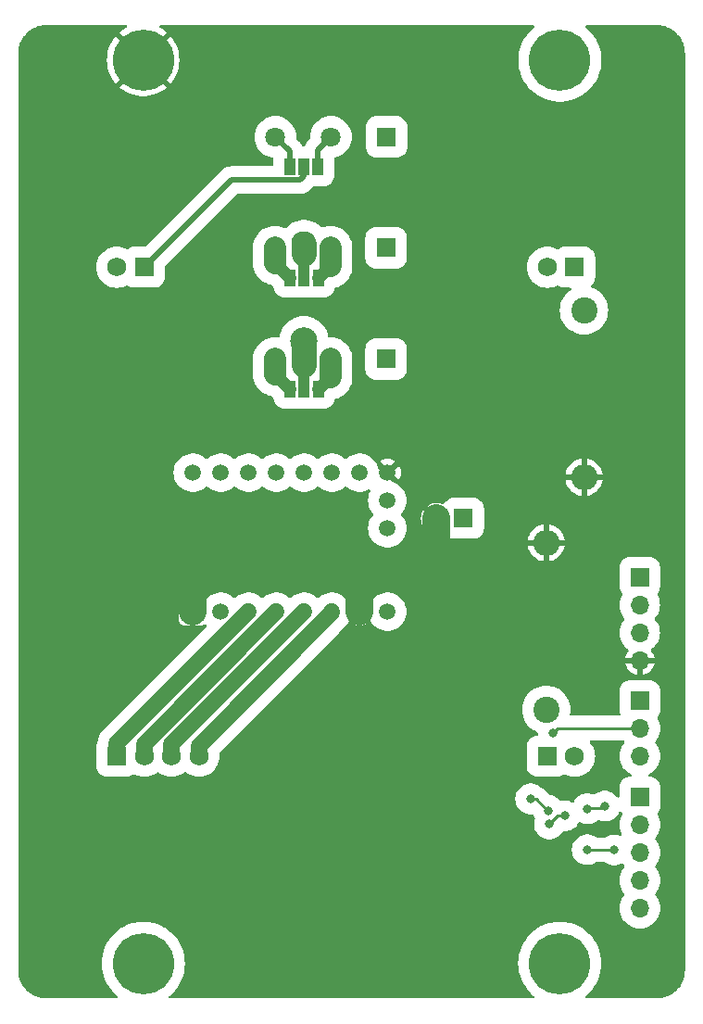
<source format=gbr>
%TF.GenerationSoftware,KiCad,Pcbnew,7.0.10-7.0.10~ubuntu22.04.1*%
%TF.CreationDate,2024-01-29T18:04:03-05:00*%
%TF.ProjectId,CoreIO,436f7265-494f-42e6-9b69-6361645f7063,rev?*%
%TF.SameCoordinates,Original*%
%TF.FileFunction,Copper,L2,Bot*%
%TF.FilePolarity,Positive*%
%FSLAX46Y46*%
G04 Gerber Fmt 4.6, Leading zero omitted, Abs format (unit mm)*
G04 Created by KiCad (PCBNEW 7.0.10-7.0.10~ubuntu22.04.1) date 2024-01-29 18:04:03*
%MOMM*%
%LPD*%
G01*
G04 APERTURE LIST*
%TA.AperFunction,ComponentPad*%
%ADD10R,1.700000X1.700000*%
%TD*%
%TA.AperFunction,ComponentPad*%
%ADD11O,1.700000X1.700000*%
%TD*%
%TA.AperFunction,ComponentPad*%
%ADD12C,3.600000*%
%TD*%
%TA.AperFunction,ConnectorPad*%
%ADD13C,5.600000*%
%TD*%
%TA.AperFunction,ComponentPad*%
%ADD14R,1.750000X1.750000*%
%TD*%
%TA.AperFunction,ComponentPad*%
%ADD15C,1.750000*%
%TD*%
%TA.AperFunction,ComponentPad*%
%ADD16R,1.800000X1.800000*%
%TD*%
%TA.AperFunction,ComponentPad*%
%ADD17C,1.800000*%
%TD*%
%TA.AperFunction,ComponentPad*%
%ADD18R,1.508000X1.508000*%
%TD*%
%TA.AperFunction,ComponentPad*%
%ADD19C,1.508000*%
%TD*%
%TA.AperFunction,ComponentPad*%
%ADD20C,2.400000*%
%TD*%
%TA.AperFunction,ComponentPad*%
%ADD21O,2.400000X2.400000*%
%TD*%
%TA.AperFunction,SMDPad,CuDef*%
%ADD22R,1.000000X1.500000*%
%TD*%
%TA.AperFunction,ViaPad*%
%ADD23C,0.800000*%
%TD*%
%TA.AperFunction,ViaPad*%
%ADD24C,2.500000*%
%TD*%
%TA.AperFunction,ViaPad*%
%ADD25C,2.300000*%
%TD*%
%TA.AperFunction,Conductor*%
%ADD26C,0.250000*%
%TD*%
%TA.AperFunction,Conductor*%
%ADD27C,0.508000*%
%TD*%
%TA.AperFunction,Conductor*%
%ADD28C,2.300000*%
%TD*%
%TA.AperFunction,Conductor*%
%ADD29C,1.000000*%
%TD*%
%TA.AperFunction,Conductor*%
%ADD30C,2.500000*%
%TD*%
%TA.AperFunction,Conductor*%
%ADD31C,1.500000*%
%TD*%
%TA.AperFunction,Conductor*%
%ADD32C,2.000000*%
%TD*%
%TA.AperFunction,Conductor*%
%ADD33C,1.200000*%
%TD*%
G04 APERTURE END LIST*
D10*
%TO.P,J5,1,Pin_1*%
%TO.N,/5V*%
X174210000Y-100970000D03*
D11*
%TO.P,J5,2,Pin_2*%
%TO.N,/V_BATT*%
X174210000Y-103510000D03*
%TO.P,J5,3,Pin_3*%
%TO.N,/3.3V*%
X174210000Y-106050000D03*
%TO.P,J5,4,Pin_4*%
%TO.N,GND*%
X174210000Y-108590000D03*
%TD*%
D12*
%TO.P,H4,1*%
%TO.N,N/C*%
X128821044Y-136276378D03*
D13*
X128821044Y-136276378D03*
%TD*%
D14*
%TO.P,J2,1,Pin_1*%
%TO.N,Net-(J2-Pin_1)*%
X128910400Y-72665000D03*
D15*
%TO.P,J2,2,Pin_2*%
%TO.N,Net-(J2-Pin_2)*%
X126410400Y-72665000D03*
%TD*%
D16*
%TO.P,S1,1*%
%TO.N,/SWITCH1*%
X151023176Y-81059176D03*
D17*
%TO.P,S1,2*%
%TO.N,Net-(JP1-A)*%
X145943176Y-81059176D03*
%TO.P,S1,3*%
%TO.N,Net-(JP1-B)*%
X140863176Y-81059176D03*
%TD*%
D14*
%TO.P,J3,1,Pin_1*%
%TO.N,/V_IGNITOR*%
X168255000Y-72665000D03*
D15*
%TO.P,J3,2,Pin_2*%
%TO.N,Net-(J3-Pin_2)*%
X165755000Y-72665000D03*
%TD*%
D16*
%TO.P,S2,1*%
%TO.N,/V_BATT*%
X151023058Y-70888941D03*
D17*
%TO.P,S2,2*%
%TO.N,Net-(JP2-A)*%
X145943058Y-70888941D03*
%TO.P,S2,3*%
%TO.N,Net-(JP2-B)*%
X140863058Y-70888941D03*
%TD*%
D12*
%TO.P,H3,1*%
%TO.N,N/C*%
X166909025Y-53739054D03*
D13*
X166909025Y-53739054D03*
%TD*%
D10*
%TO.P,Pyro2,1,Pin_1*%
%TO.N,/CONT 2*%
X174223940Y-121061705D03*
D11*
%TO.P,Pyro2,2,Pin_2*%
%TO.N,/CONT 1*%
X174223940Y-123601705D03*
%TO.P,Pyro2,3,Pin_3*%
%TO.N,/ARM*%
X174223940Y-126141705D03*
%TO.P,Pyro2,4,Pin_4*%
%TO.N,/PYRO 1*%
X174223940Y-128681705D03*
%TO.P,Pyro2,5,Pin_5*%
%TO.N,/PYRO 2*%
X174223940Y-131221705D03*
%TD*%
D14*
%TO.P,J4,1,Pin_1*%
%TO.N,/V_IGNITOR*%
X165755000Y-117348410D03*
D15*
%TO.P,J4,2,Pin_2*%
%TO.N,Net-(J4-Pin_2)*%
X168255000Y-117348410D03*
%TD*%
D14*
%TO.P,J1,1,Pin_1*%
%TO.N,Net-(J1-Pin_1)*%
X126410400Y-117348410D03*
D15*
%TO.P,J1,2,Pin_2*%
%TO.N,Net-(J1-Pin_2)*%
X128910400Y-117348410D03*
%TO.P,J1,3,Pin_3*%
%TO.N,Net-(J1-Pin_3)*%
X131410400Y-117348410D03*
%TO.P,J1,4,Pin_4*%
%TO.N,Net-(J1-Pin_4)*%
X133910400Y-117348410D03*
%TD*%
D18*
%TO.P,U1,1,GND*%
%TO.N,GND*%
X133350000Y-104140000D03*
D19*
%TO.P,U1,2,VIO*%
%TO.N,/3.3V*%
X135890000Y-104140000D03*
%TO.P,U1,3,M1B*%
%TO.N,Net-(J1-Pin_1)*%
X138430000Y-104140000D03*
%TO.P,U1,4,M1A*%
%TO.N,Net-(J1-Pin_2)*%
X140970000Y-104140000D03*
%TO.P,U1,5,M2A*%
%TO.N,Net-(J1-Pin_3)*%
X143510000Y-104140000D03*
%TO.P,U1,6,M2B*%
%TO.N,Net-(J1-Pin_4)*%
X146050000Y-104140000D03*
%TO.P,U1,7,GND*%
%TO.N,GND*%
X148590000Y-104140000D03*
%TO.P,U1,8,VM*%
%TO.N,/V_BATT*%
X151130000Y-104140000D03*
%TO.P,U1,9,DIR*%
%TO.N,/DIR*%
X133350000Y-91440000D03*
%TO.P,U1,10,STEP*%
%TO.N,/STEP*%
X135890000Y-91440000D03*
%TO.P,U1,11,PDN*%
%TO.N,unconnected-(U1-PDN-Pad11)*%
X138430000Y-91440000D03*
%TO.P,U1,12,UART*%
%TO.N,/UART*%
X140970000Y-91440000D03*
%TO.P,U1,13,SPRD*%
%TO.N,unconnected-(U1-SPRD-Pad13)*%
X143510000Y-91440000D03*
%TO.P,U1,14,MS2*%
%TO.N,unconnected-(U1-MS2-Pad14)*%
X146050000Y-91440000D03*
%TO.P,U1,15,MS1*%
%TO.N,unconnected-(U1-MS1-Pad15)*%
X148590000Y-91440000D03*
%TO.P,U1,16,~{EN}*%
%TO.N,GND*%
X151130000Y-91440000D03*
%TO.P,U1,17,INDEX*%
%TO.N,unconnected-(U1-INDEX-Pad17)*%
X151130000Y-96520000D03*
%TO.P,U1,18,DIAG*%
%TO.N,unconnected-(U1-DIAG-Pad18)*%
X151130000Y-93980000D03*
%TD*%
D12*
%TO.P,H2,1*%
%TO.N,N/C*%
X166902698Y-136268782D03*
D13*
X166902698Y-136268782D03*
%TD*%
D16*
%TO.P,S3,1*%
%TO.N,Net-(J2-Pin_2)*%
X151059176Y-60762470D03*
D17*
%TO.P,S3,2*%
%TO.N,Net-(JP3-A)*%
X145979176Y-60762470D03*
%TO.P,S3,3*%
%TO.N,Net-(JP3-B)*%
X140899176Y-60762470D03*
%TD*%
D12*
%TO.P,H1,1,1*%
%TO.N,GND*%
X128816000Y-53739054D03*
D13*
X128816000Y-53739054D03*
%TD*%
D10*
%TO.P,Stepper2,1,Pin_1*%
%TO.N,/UART*%
X174223940Y-112241705D03*
D11*
%TO.P,Stepper2,2,Pin_2*%
%TO.N,/DIR*%
X174223940Y-114781705D03*
%TO.P,Stepper2,3,Pin_3*%
%TO.N,/STEP*%
X174223940Y-117321705D03*
%TD*%
D14*
%TO.P,BT1,1,+*%
%TO.N,Net-(BT1-+)*%
X158095000Y-95610000D03*
D15*
%TO.P,BT1,2,-*%
%TO.N,GND*%
X155595000Y-95610000D03*
%TD*%
D20*
%TO.P,R4,1*%
%TO.N,Net-(Q1-Pad2)*%
X165658800Y-113080800D03*
D21*
%TO.P,R4,2*%
%TO.N,GND*%
X165658800Y-97840800D03*
%TD*%
D22*
%TO.P,JP3,1,A*%
%TO.N,Net-(JP3-A)*%
X144810000Y-63500000D03*
%TO.P,JP3,2,C*%
%TO.N,Net-(J2-Pin_1)*%
X143510000Y-63500000D03*
%TO.P,JP3,3,B*%
%TO.N,Net-(JP3-B)*%
X142210000Y-63500000D03*
%TD*%
%TO.P,JP2,1,A*%
%TO.N,Net-(JP2-A)*%
X144840000Y-73660000D03*
%TO.P,JP2,2,C*%
%TO.N,/V_IGNITOR*%
X143540000Y-73660000D03*
%TO.P,JP2,3,B*%
%TO.N,Net-(JP2-B)*%
X142240000Y-73660000D03*
%TD*%
D20*
%TO.P,R3,1*%
%TO.N,Net-(Q2-Pad2)*%
X169113200Y-76606400D03*
D21*
%TO.P,R3,2*%
%TO.N,GND*%
X169113200Y-91846400D03*
%TD*%
D22*
%TO.P,JP1,1,A*%
%TO.N,Net-(JP1-A)*%
X144840000Y-83820000D03*
%TO.P,JP1,2,C*%
%TO.N,/V_BATT*%
X143540000Y-83820000D03*
%TO.P,JP1,3,B*%
%TO.N,Net-(JP1-B)*%
X142240000Y-83820000D03*
%TD*%
D23*
%TO.N,GND*%
X167110000Y-83700000D03*
X167690000Y-84400000D03*
X166580000Y-84380000D03*
%TO.N,/ARM*%
X169410000Y-125880000D03*
X171884281Y-125905143D03*
X164236400Y-121234200D03*
X165830000Y-122300000D03*
%TO.N,/CONT 2*%
X169430000Y-122140000D03*
X171010000Y-121890000D03*
X167350000Y-122790000D03*
X165950000Y-123540000D03*
D24*
%TO.N,/V_BATT*%
X143510000Y-79375000D03*
D23*
%TO.N,GND*%
X172237400Y-81280000D03*
X173126400Y-93218000D03*
X158115000Y-119634000D03*
X167055800Y-109016800D03*
X158115000Y-122859800D03*
X164693600Y-83845400D03*
D25*
%TO.N,/V_IGNITOR*%
X143510000Y-70485000D03*
D23*
%TO.N,/DIR*%
X166293800Y-115214400D03*
%TD*%
D26*
%TO.N,/ARM*%
X164236400Y-121234200D02*
X164408895Y-121061705D01*
X171805143Y-125880000D02*
X171780000Y-125880000D01*
X169410000Y-125880000D02*
X171754857Y-125880000D01*
X164734200Y-121234200D02*
X165800000Y-122300000D01*
X171754857Y-125880000D02*
X171884281Y-125905143D01*
X164236400Y-121234200D02*
X164734200Y-121234200D01*
X165830000Y-122330000D02*
X165740000Y-122240000D01*
X165800000Y-122300000D02*
X165830000Y-122300000D01*
X171884281Y-125905143D02*
X171805143Y-125880000D01*
X165830000Y-122300000D02*
X165830000Y-122330000D01*
%TO.N,/CONT 2*%
X165930000Y-123540000D02*
X165940000Y-123530000D01*
X171010000Y-121890000D02*
X170810000Y-122090000D01*
X169470000Y-122090000D02*
X169520000Y-122090000D01*
X165950000Y-123540000D02*
X165930000Y-123540000D01*
X167350000Y-122790000D02*
X166680000Y-122790000D01*
X165950000Y-123520000D02*
X165950000Y-123540000D01*
X169430000Y-122140000D02*
X169470000Y-122090000D01*
X169570000Y-122090000D02*
X169430000Y-122140000D01*
X170810000Y-122090000D02*
X169570000Y-122090000D01*
X166680000Y-122790000D02*
X165950000Y-123520000D01*
D27*
%TO.N,/V_BATT*%
X143540000Y-81945000D02*
X143510000Y-81915000D01*
D28*
X143510000Y-81620000D02*
X143540000Y-81620000D01*
X143510000Y-79375000D02*
X143510000Y-81620000D01*
D29*
X143540000Y-83820000D02*
X143540000Y-81945000D01*
D30*
%TO.N,GND*%
X155595000Y-97770000D02*
X155575000Y-97790000D01*
X155595000Y-95610000D02*
X155595000Y-97770000D01*
X148590000Y-104140000D02*
X148590000Y-101600000D01*
X133350000Y-104140000D02*
X133350000Y-101600000D01*
D28*
%TO.N,/V_IGNITOR*%
X143510000Y-70485000D02*
X143510000Y-71460000D01*
D29*
X143540000Y-71490000D02*
X143540000Y-73660000D01*
D27*
X143510000Y-71460000D02*
X143540000Y-71490000D01*
D31*
%TO.N,Net-(J1-Pin_1)*%
X126410400Y-116159600D02*
X126410400Y-117348410D01*
X138430000Y-104140000D02*
X126410400Y-116159600D01*
%TO.N,Net-(J1-Pin_2)*%
X128910400Y-116199600D02*
X128910400Y-117348410D01*
X140970000Y-104140000D02*
X128910400Y-116199600D01*
%TO.N,Net-(J1-Pin_3)*%
X143510000Y-104140000D02*
X131410400Y-116239600D01*
X131410400Y-116239600D02*
X131410400Y-117348410D01*
%TO.N,Net-(J1-Pin_4)*%
X146050000Y-104140000D02*
X146050000Y-104241600D01*
X146050000Y-104241600D02*
X133910400Y-116381200D01*
X133910400Y-116381200D02*
X133910400Y-117348410D01*
D27*
%TO.N,Net-(J2-Pin_1)*%
X143164000Y-64704000D02*
X136871400Y-64704000D01*
D26*
X143510000Y-63500000D02*
X143510000Y-64100000D01*
D27*
X143510000Y-63500000D02*
X143510000Y-64358000D01*
X143510000Y-64358000D02*
X143164000Y-64704000D01*
X136871400Y-64704000D02*
X128910400Y-72665000D01*
D32*
%TO.N,Net-(JP1-A)*%
X145943176Y-82716824D02*
X145943176Y-81059176D01*
D33*
X144840000Y-83820000D02*
X145943176Y-82716824D01*
D32*
%TO.N,Net-(JP1-B)*%
X140863176Y-82443176D02*
X140863176Y-81059176D01*
D33*
X142240000Y-83820000D02*
X140863176Y-82443176D01*
%TO.N,Net-(JP2-A)*%
X144840000Y-73660000D02*
X145943058Y-72556942D01*
D32*
X145943058Y-72556942D02*
X145943058Y-70888941D01*
%TO.N,Net-(JP2-B)*%
X140863058Y-72283058D02*
X140863058Y-70888941D01*
D33*
X142240000Y-73660000D02*
X140863058Y-72283058D01*
D27*
%TO.N,Net-(JP3-A)*%
X144810000Y-63500000D02*
X144810000Y-61931646D01*
X144810000Y-61931646D02*
X145979176Y-60762470D01*
%TO.N,Net-(JP3-B)*%
X142210000Y-62073294D02*
X140899176Y-60762470D01*
X142210000Y-63500000D02*
X142210000Y-62073294D01*
D26*
%TO.N,/DIR*%
X166293800Y-115214400D02*
X166726495Y-114781705D01*
X166726495Y-114781705D02*
X174223940Y-114781705D01*
%TD*%
%TA.AperFunction,Conductor*%
%TO.N,GND*%
G36*
X127310880Y-50577207D02*
G01*
X127357373Y-50630863D01*
X127367477Y-50701137D01*
X127337983Y-50765717D01*
X127295665Y-50797560D01*
X127264223Y-50812106D01*
X126956867Y-50997036D01*
X126956861Y-50997040D01*
X126671299Y-51214121D01*
X126660502Y-51224347D01*
X127875204Y-52439049D01*
X127872635Y-52440624D01*
X127681130Y-52604184D01*
X127517570Y-52795689D01*
X127515995Y-52798258D01*
X126304168Y-51586431D01*
X126178654Y-51734199D01*
X125977352Y-52031097D01*
X125977350Y-52031101D01*
X125809330Y-52348023D01*
X125809326Y-52348032D01*
X125676559Y-52681252D01*
X125580592Y-53026891D01*
X125522561Y-53380870D01*
X125503141Y-53739050D01*
X125503141Y-53739057D01*
X125522561Y-54097237D01*
X125580592Y-54451216D01*
X125676559Y-54796855D01*
X125809326Y-55130075D01*
X125809330Y-55130084D01*
X125977350Y-55447006D01*
X125977352Y-55447010D01*
X126178654Y-55743908D01*
X126304167Y-55891675D01*
X127515994Y-54679848D01*
X127517570Y-54682419D01*
X127681130Y-54873924D01*
X127872635Y-55037484D01*
X127875203Y-55039058D01*
X126660502Y-56253759D01*
X126660502Y-56253760D01*
X126671297Y-56263986D01*
X126671300Y-56263988D01*
X126956849Y-56481059D01*
X126956867Y-56481071D01*
X127264227Y-56666003D01*
X127264234Y-56666007D01*
X127589766Y-56816615D01*
X127589785Y-56816623D01*
X127929706Y-56931155D01*
X127929723Y-56931160D01*
X128280022Y-57008267D01*
X128280050Y-57008272D01*
X128636637Y-57047053D01*
X128636653Y-57047054D01*
X128995347Y-57047054D01*
X128995362Y-57047053D01*
X129351949Y-57008272D01*
X129351977Y-57008267D01*
X129702276Y-56931160D01*
X129702293Y-56931155D01*
X130042214Y-56816623D01*
X130042233Y-56816615D01*
X130367765Y-56666007D01*
X130367772Y-56666003D01*
X130675132Y-56481071D01*
X130675138Y-56481067D01*
X130960701Y-56263986D01*
X130971495Y-56253760D01*
X130971495Y-56253758D01*
X129756795Y-55039058D01*
X129759365Y-55037484D01*
X129950870Y-54873924D01*
X130114430Y-54682419D01*
X130116004Y-54679849D01*
X131327830Y-55891675D01*
X131327831Y-55891675D01*
X131453340Y-55743916D01*
X131453342Y-55743912D01*
X131654647Y-55447010D01*
X131654649Y-55447006D01*
X131822669Y-55130084D01*
X131822673Y-55130075D01*
X131955440Y-54796855D01*
X132051407Y-54451216D01*
X132109438Y-54097237D01*
X132128859Y-53739057D01*
X132128859Y-53739050D01*
X132109438Y-53380870D01*
X132051407Y-53026891D01*
X131955440Y-52681252D01*
X131822673Y-52348032D01*
X131822669Y-52348023D01*
X131654649Y-52031101D01*
X131654647Y-52031097D01*
X131453348Y-51734204D01*
X131327830Y-51586432D01*
X130116004Y-52798258D01*
X130114430Y-52795689D01*
X129950870Y-52604184D01*
X129759365Y-52440624D01*
X129756795Y-52439049D01*
X130971496Y-51224347D01*
X130971496Y-51224346D01*
X130960702Y-51214121D01*
X130960699Y-51214119D01*
X130675150Y-50997048D01*
X130675132Y-50997036D01*
X130367776Y-50812106D01*
X130336335Y-50797560D01*
X130282909Y-50750803D01*
X130263243Y-50682585D01*
X130283580Y-50614563D01*
X130337463Y-50568335D01*
X130389241Y-50557205D01*
X164440623Y-50557205D01*
X164508744Y-50577207D01*
X164555237Y-50630863D01*
X164565341Y-50701137D01*
X164535847Y-50765717D01*
X164522701Y-50778804D01*
X164487860Y-50808714D01*
X164287243Y-50980936D01*
X164021667Y-51260322D01*
X164021660Y-51260330D01*
X164021659Y-51260332D01*
X163864206Y-51463744D01*
X163785705Y-51565159D01*
X163581800Y-51892293D01*
X163581800Y-51892294D01*
X163412040Y-52238372D01*
X163278160Y-52599857D01*
X163181536Y-52973039D01*
X163181534Y-52973048D01*
X163123165Y-53354062D01*
X163123163Y-53354081D01*
X163103641Y-53739048D01*
X163103641Y-53739059D01*
X163123163Y-54124026D01*
X163123165Y-54124045D01*
X163181534Y-54505059D01*
X163181536Y-54505068D01*
X163278160Y-54878250D01*
X163412040Y-55239735D01*
X163513712Y-55447006D01*
X163581800Y-55585814D01*
X163785705Y-55912949D01*
X164021659Y-56217776D01*
X164021664Y-56217781D01*
X164021667Y-56217785D01*
X164247094Y-56454934D01*
X164287241Y-56497169D01*
X164579727Y-56748259D01*
X164896114Y-56968471D01*
X165233156Y-57155545D01*
X165587395Y-57307561D01*
X165955196Y-57422959D01*
X166332784Y-57500556D01*
X166716285Y-57539554D01*
X166716286Y-57539554D01*
X167101764Y-57539554D01*
X167101765Y-57539554D01*
X167485266Y-57500556D01*
X167862854Y-57422959D01*
X168230655Y-57307561D01*
X168584894Y-57155545D01*
X168921936Y-56968471D01*
X169238323Y-56748259D01*
X169530809Y-56497169D01*
X169796391Y-56217776D01*
X170032345Y-55912949D01*
X170236250Y-55585814D01*
X170406012Y-55239729D01*
X170539891Y-54878246D01*
X170636513Y-54505072D01*
X170694885Y-54124038D01*
X170696245Y-54097237D01*
X170714409Y-53739059D01*
X170714409Y-53739048D01*
X170694886Y-53354081D01*
X170694884Y-53354062D01*
X170636515Y-52973048D01*
X170636513Y-52973039D01*
X170636513Y-52973036D01*
X170539891Y-52599862D01*
X170406012Y-52238379D01*
X170405170Y-52236663D01*
X170349401Y-52122970D01*
X170236250Y-51892294D01*
X170032345Y-51565159D01*
X169796391Y-51260332D01*
X169796384Y-51260324D01*
X169796382Y-51260322D01*
X169530806Y-50980936D01*
X169355684Y-50830600D01*
X169295352Y-50778807D01*
X169256696Y-50719260D01*
X169256369Y-50648264D01*
X169294476Y-50588362D01*
X169358921Y-50558571D01*
X169377427Y-50557205D01*
X175800399Y-50557205D01*
X175807464Y-50557402D01*
X175919578Y-50563700D01*
X176088178Y-50573902D01*
X176101651Y-50575450D01*
X176233501Y-50597854D01*
X176234876Y-50598096D01*
X176380053Y-50624703D01*
X176392192Y-50627557D01*
X176524707Y-50665736D01*
X176527172Y-50666476D01*
X176663993Y-50709113D01*
X176674688Y-50712985D01*
X176803616Y-50766391D01*
X176807008Y-50767856D01*
X176936154Y-50825981D01*
X176945376Y-50830595D01*
X177068249Y-50898507D01*
X177072420Y-50900919D01*
X177192860Y-50973730D01*
X177200568Y-50978784D01*
X177296345Y-51046743D01*
X177315412Y-51060272D01*
X177320188Y-51063835D01*
X177430614Y-51150349D01*
X177436866Y-51155583D01*
X177542001Y-51249539D01*
X177547137Y-51254394D01*
X177646243Y-51353502D01*
X177651084Y-51358622D01*
X177745034Y-51463754D01*
X177750261Y-51469998D01*
X177836806Y-51580467D01*
X177840382Y-51585262D01*
X177921827Y-51700051D01*
X177926893Y-51707777D01*
X177991583Y-51814786D01*
X177999675Y-51828173D01*
X178002123Y-51832404D01*
X178070026Y-51955268D01*
X178074647Y-51964505D01*
X178132729Y-52093560D01*
X178134223Y-52097018D01*
X178182122Y-52212658D01*
X178187620Y-52225930D01*
X178191506Y-52236663D01*
X178234109Y-52373384D01*
X178234890Y-52375988D01*
X178273050Y-52508446D01*
X178275910Y-52520615D01*
X178302471Y-52665556D01*
X178302755Y-52667162D01*
X178325158Y-52799018D01*
X178326707Y-52812498D01*
X178336535Y-52974591D01*
X178336568Y-52975151D01*
X178343242Y-53093978D01*
X178343440Y-53101044D01*
X178343440Y-136913164D01*
X178343242Y-136920230D01*
X178336965Y-137031979D01*
X178336933Y-137032520D01*
X178326747Y-137200929D01*
X178325197Y-137214429D01*
X178302803Y-137346226D01*
X178302519Y-137347831D01*
X178275952Y-137492801D01*
X178273092Y-137504971D01*
X178234928Y-137637440D01*
X178234147Y-137640043D01*
X178191548Y-137776749D01*
X178187662Y-137787482D01*
X178134273Y-137916376D01*
X178132764Y-137919869D01*
X178074678Y-138048933D01*
X178070056Y-138058170D01*
X178002172Y-138180998D01*
X177999722Y-138185235D01*
X177926934Y-138305641D01*
X177921867Y-138313368D01*
X177840394Y-138428194D01*
X177836819Y-138432987D01*
X177750307Y-138543414D01*
X177745073Y-138549668D01*
X177651113Y-138654811D01*
X177646256Y-138659947D01*
X177547167Y-138759036D01*
X177542032Y-138763891D01*
X177436894Y-138857849D01*
X177430642Y-138863083D01*
X177320229Y-138949588D01*
X177315435Y-138953164D01*
X177200584Y-139034657D01*
X177192856Y-139039725D01*
X177072505Y-139112482D01*
X177068269Y-139114932D01*
X176945389Y-139182847D01*
X176936152Y-139187468D01*
X176807114Y-139245545D01*
X176803620Y-139247054D01*
X176674711Y-139300451D01*
X176663979Y-139304337D01*
X176527255Y-139346944D01*
X176524651Y-139347725D01*
X176392215Y-139385881D01*
X176380046Y-139388742D01*
X176235054Y-139415315D01*
X176233447Y-139415598D01*
X176101685Y-139437987D01*
X176088174Y-139439539D01*
X175914663Y-139450018D01*
X175914134Y-139450049D01*
X175818386Y-139455427D01*
X175808070Y-139456007D01*
X175801005Y-139456205D01*
X169364607Y-139456205D01*
X169296486Y-139436203D01*
X169249993Y-139382547D01*
X169239889Y-139312273D01*
X169269383Y-139247693D01*
X169282528Y-139234606D01*
X169524482Y-139026897D01*
X169790064Y-138747504D01*
X170026018Y-138442677D01*
X170229923Y-138115542D01*
X170399685Y-137769457D01*
X170533564Y-137407974D01*
X170630186Y-137034800D01*
X170688558Y-136653766D01*
X170708082Y-136268782D01*
X170688944Y-135891405D01*
X170688559Y-135883809D01*
X170688557Y-135883790D01*
X170630188Y-135502776D01*
X170630186Y-135502767D01*
X170630186Y-135502764D01*
X170533564Y-135129590D01*
X170399685Y-134768107D01*
X170229923Y-134422022D01*
X170026018Y-134094887D01*
X169790064Y-133790060D01*
X169790057Y-133790052D01*
X169790055Y-133790050D01*
X169584701Y-133574018D01*
X169524482Y-133510667D01*
X169231996Y-133259577D01*
X168915609Y-133039365D01*
X168578567Y-132852291D01*
X168576133Y-132851246D01*
X168224327Y-132700274D01*
X167856524Y-132584876D01*
X167739091Y-132560743D01*
X167478939Y-132507280D01*
X167478930Y-132507279D01*
X167095439Y-132468282D01*
X167095438Y-132468282D01*
X166709958Y-132468282D01*
X166709956Y-132468282D01*
X166326465Y-132507279D01*
X166326463Y-132507279D01*
X166326457Y-132507280D01*
X166129235Y-132547810D01*
X165948871Y-132584876D01*
X165581068Y-132700274D01*
X165226835Y-132852288D01*
X165226831Y-132852289D01*
X165226829Y-132852291D01*
X165213144Y-132859887D01*
X164889786Y-133039365D01*
X164573403Y-133259574D01*
X164280916Y-133510664D01*
X164015340Y-133790050D01*
X164015333Y-133790058D01*
X164015332Y-133790060D01*
X163779378Y-134094887D01*
X163575473Y-134422021D01*
X163575473Y-134422022D01*
X163405713Y-134768100D01*
X163271833Y-135129585D01*
X163175209Y-135502767D01*
X163175207Y-135502776D01*
X163116838Y-135883790D01*
X163116836Y-135883809D01*
X163097314Y-136268776D01*
X163097314Y-136268787D01*
X163116836Y-136653754D01*
X163116838Y-136653773D01*
X163175207Y-137034787D01*
X163175209Y-137034796D01*
X163271833Y-137407978D01*
X163405713Y-137769463D01*
X163477778Y-137916376D01*
X163575473Y-138115542D01*
X163779378Y-138442677D01*
X164015332Y-138747504D01*
X164015337Y-138747509D01*
X164015340Y-138747513D01*
X164207437Y-138949599D01*
X164280914Y-139026897D01*
X164522863Y-139234602D01*
X164561520Y-139294150D01*
X164561847Y-139365146D01*
X164523740Y-139425048D01*
X164459295Y-139454839D01*
X164440789Y-139456205D01*
X131291801Y-139456205D01*
X131223680Y-139436203D01*
X131177187Y-139382547D01*
X131167083Y-139312273D01*
X131196577Y-139247693D01*
X131209729Y-139234601D01*
X131270016Y-139182847D01*
X131442828Y-139034493D01*
X131708410Y-138755100D01*
X131944364Y-138450273D01*
X132148269Y-138123138D01*
X132318031Y-137777053D01*
X132451910Y-137415570D01*
X132548532Y-137042396D01*
X132606904Y-136661362D01*
X132607290Y-136653766D01*
X132626428Y-136276383D01*
X132626428Y-136276372D01*
X132606905Y-135891405D01*
X132606903Y-135891386D01*
X132548534Y-135510372D01*
X132548532Y-135510363D01*
X132548532Y-135510360D01*
X132451910Y-135137186D01*
X132318031Y-134775703D01*
X132148269Y-134429618D01*
X131944364Y-134102483D01*
X131708410Y-133797656D01*
X131708403Y-133797648D01*
X131708401Y-133797646D01*
X131442825Y-133518260D01*
X131298162Y-133394072D01*
X131150342Y-133267173D01*
X131139424Y-133259574D01*
X130833955Y-133046961D01*
X130752556Y-133001781D01*
X130496913Y-132859887D01*
X130479205Y-132852288D01*
X130142673Y-132707870D01*
X129774870Y-132592472D01*
X129657437Y-132568339D01*
X129397285Y-132514876D01*
X129397276Y-132514875D01*
X129013785Y-132475878D01*
X129013784Y-132475878D01*
X128628304Y-132475878D01*
X128628302Y-132475878D01*
X128244811Y-132514875D01*
X128244809Y-132514875D01*
X128244803Y-132514876D01*
X128047581Y-132555406D01*
X127867217Y-132592472D01*
X127499414Y-132707870D01*
X127145181Y-132859884D01*
X127145177Y-132859885D01*
X127145175Y-132859887D01*
X127056190Y-132909278D01*
X126808132Y-133046961D01*
X126491749Y-133267170D01*
X126199262Y-133518260D01*
X125933686Y-133797646D01*
X125697724Y-134102483D01*
X125493819Y-134429617D01*
X125493819Y-134429618D01*
X125324059Y-134775696D01*
X125190179Y-135137181D01*
X125093555Y-135510363D01*
X125093553Y-135510372D01*
X125035184Y-135891386D01*
X125035182Y-135891405D01*
X125015660Y-136276372D01*
X125015660Y-136276383D01*
X125035182Y-136661350D01*
X125035184Y-136661369D01*
X125093553Y-137042383D01*
X125093555Y-137042392D01*
X125190179Y-137415574D01*
X125324059Y-137777059D01*
X125392398Y-137916376D01*
X125493819Y-138123138D01*
X125697724Y-138450273D01*
X125933678Y-138755100D01*
X125933683Y-138755105D01*
X125933686Y-138755109D01*
X126073488Y-138902181D01*
X126192041Y-139026899D01*
X126199266Y-139034499D01*
X126432359Y-139234601D01*
X126471018Y-139294150D01*
X126471346Y-139365145D01*
X126433238Y-139425048D01*
X126368794Y-139454838D01*
X126350287Y-139456205D01*
X119927476Y-139456205D01*
X119920414Y-139456007D01*
X119910968Y-139455476D01*
X119808628Y-139449730D01*
X119808086Y-139449698D01*
X119639715Y-139439516D01*
X119626218Y-139437966D01*
X119494407Y-139415573D01*
X119492799Y-139415289D01*
X119347832Y-139388724D01*
X119335663Y-139385864D01*
X119203211Y-139347707D01*
X119200608Y-139346926D01*
X119063882Y-139304323D01*
X119053148Y-139300437D01*
X118924282Y-139247061D01*
X118920788Y-139245552D01*
X118791699Y-139187455D01*
X118782463Y-139182834D01*
X118659631Y-139114949D01*
X118655395Y-139112499D01*
X118534989Y-139039713D01*
X118527260Y-139034645D01*
X118412435Y-138953174D01*
X118407642Y-138949599D01*
X118297205Y-138863080D01*
X118290951Y-138857845D01*
X118185830Y-138763904D01*
X118180694Y-138759049D01*
X118081590Y-138659947D01*
X118076735Y-138654811D01*
X117982765Y-138549660D01*
X117977545Y-138543425D01*
X117891000Y-138432960D01*
X117887481Y-138428242D01*
X117805969Y-138313364D01*
X117800917Y-138305660D01*
X117728105Y-138185216D01*
X117725697Y-138181052D01*
X117657774Y-138058155D01*
X117653157Y-138048926D01*
X117595081Y-137919887D01*
X117593572Y-137916395D01*
X117582827Y-137890454D01*
X117540172Y-137787479D01*
X117536297Y-137776779D01*
X117493666Y-137639973D01*
X117492907Y-137637440D01*
X117454741Y-137504966D01*
X117451882Y-137492800D01*
X117425328Y-137347901D01*
X117425044Y-137346296D01*
X117424472Y-137342927D01*
X117402639Y-137214429D01*
X117401092Y-137200952D01*
X117390514Y-137025670D01*
X117384638Y-136921036D01*
X117384440Y-136913972D01*
X117384440Y-121234200D01*
X162831100Y-121234200D01*
X162850266Y-121465508D01*
X162850267Y-121465514D01*
X162907242Y-121690499D01*
X162907244Y-121690503D01*
X163000475Y-121903048D01*
X163044048Y-121969742D01*
X163127421Y-122097353D01*
X163284616Y-122268113D01*
X163446372Y-122394012D01*
X163467773Y-122410669D01*
X163467774Y-122410670D01*
X163671897Y-122521136D01*
X163671899Y-122521137D01*
X163781740Y-122558845D01*
X163891419Y-122596498D01*
X164120351Y-122634700D01*
X164120355Y-122634700D01*
X164352452Y-122634700D01*
X164357639Y-122634270D01*
X164357765Y-122635798D01*
X164421342Y-122643473D01*
X164476038Y-122688738D01*
X164493755Y-122728311D01*
X164500843Y-122756301D01*
X164500844Y-122756303D01*
X164594074Y-122968847D01*
X164604096Y-122984185D01*
X164624610Y-123052153D01*
X164620758Y-123084033D01*
X164563868Y-123308682D01*
X164563866Y-123308691D01*
X164544700Y-123540000D01*
X164563866Y-123771308D01*
X164563867Y-123771314D01*
X164620842Y-123996299D01*
X164620844Y-123996303D01*
X164714075Y-124208848D01*
X164820924Y-124372393D01*
X164841021Y-124403153D01*
X164998216Y-124573913D01*
X165164749Y-124703530D01*
X165181373Y-124716469D01*
X165181374Y-124716470D01*
X165385497Y-124826936D01*
X165385499Y-124826937D01*
X165500754Y-124866504D01*
X165605019Y-124902298D01*
X165833951Y-124940500D01*
X165833955Y-124940500D01*
X166066045Y-124940500D01*
X166066049Y-124940500D01*
X166294981Y-124902298D01*
X166514503Y-124826936D01*
X166718626Y-124716470D01*
X166901784Y-124573913D01*
X167058979Y-124403153D01*
X167160617Y-124247585D01*
X167214621Y-124201496D01*
X167266100Y-124190500D01*
X167466045Y-124190500D01*
X167466049Y-124190500D01*
X167694981Y-124152298D01*
X167914503Y-124076936D01*
X168118626Y-123966470D01*
X168301784Y-123823913D01*
X168458979Y-123653153D01*
X168585924Y-123458849D01*
X168595889Y-123436130D01*
X168641566Y-123381783D01*
X168709378Y-123360757D01*
X168771243Y-123375928D01*
X168865497Y-123426936D01*
X169085019Y-123502298D01*
X169313951Y-123540500D01*
X169313955Y-123540500D01*
X169546045Y-123540500D01*
X169546049Y-123540500D01*
X169774981Y-123502298D01*
X169994503Y-123426936D01*
X170198626Y-123316470D01*
X170281075Y-123252298D01*
X170294219Y-123242068D01*
X170360261Y-123216012D01*
X170371609Y-123215500D01*
X170536804Y-123215500D01*
X170577716Y-123222327D01*
X170665019Y-123252298D01*
X170893951Y-123290500D01*
X170893955Y-123290500D01*
X171126045Y-123290500D01*
X171126049Y-123290500D01*
X171354981Y-123252298D01*
X171574503Y-123176936D01*
X171778626Y-123066470D01*
X171961784Y-122923913D01*
X172118979Y-122753153D01*
X172245924Y-122558849D01*
X172248978Y-122551887D01*
X172294389Y-122448361D01*
X172340070Y-122394012D01*
X172407882Y-122372988D01*
X172476296Y-122391964D01*
X172521456Y-122440635D01*
X172534242Y-122465112D01*
X172601641Y-122547770D01*
X172601642Y-122547771D01*
X172629188Y-122613206D01*
X172616985Y-122683146D01*
X172614578Y-122687781D01*
X172536365Y-122831016D01*
X172443863Y-123079026D01*
X172387596Y-123337682D01*
X172368713Y-123601705D01*
X172387596Y-123865727D01*
X172443863Y-124124383D01*
X172536365Y-124372393D01*
X172566144Y-124426928D01*
X172581235Y-124496302D01*
X172556424Y-124562822D01*
X172499588Y-124605369D01*
X172428773Y-124610433D01*
X172414644Y-124606486D01*
X172229266Y-124542846D01*
X172229259Y-124542844D01*
X172131281Y-124526495D01*
X172000330Y-124504643D01*
X171768232Y-124504643D01*
X171653664Y-124523761D01*
X171539302Y-124542844D01*
X171539295Y-124542846D01*
X171319780Y-124618205D01*
X171319778Y-124618206D01*
X171115655Y-124728672D01*
X171111290Y-124731525D01*
X171110514Y-124730337D01*
X171050557Y-124753989D01*
X171039216Y-124754500D01*
X170287368Y-124754500D01*
X170219247Y-124734498D01*
X170209977Y-124727931D01*
X170178634Y-124703535D01*
X170178625Y-124703529D01*
X169974502Y-124593063D01*
X169974500Y-124593062D01*
X169754985Y-124517703D01*
X169754978Y-124517701D01*
X169657000Y-124501352D01*
X169526049Y-124479500D01*
X169293951Y-124479500D01*
X169179383Y-124498618D01*
X169065021Y-124517701D01*
X169065014Y-124517703D01*
X168845499Y-124593062D01*
X168845497Y-124593063D01*
X168641374Y-124703529D01*
X168641373Y-124703530D01*
X168458213Y-124846089D01*
X168301018Y-125016850D01*
X168174075Y-125211151D01*
X168080844Y-125423696D01*
X168080842Y-125423700D01*
X168023867Y-125648685D01*
X168023866Y-125648691D01*
X168004700Y-125880000D01*
X168023866Y-126111308D01*
X168023867Y-126111314D01*
X168080842Y-126336299D01*
X168080844Y-126336303D01*
X168174075Y-126548848D01*
X168174076Y-126548849D01*
X168301021Y-126743153D01*
X168417518Y-126869703D01*
X168456817Y-126912394D01*
X168458216Y-126913913D01*
X168641373Y-127056469D01*
X168641374Y-127056470D01*
X168845497Y-127166936D01*
X168845499Y-127166937D01*
X168892010Y-127182904D01*
X169065019Y-127242298D01*
X169293951Y-127280500D01*
X169293955Y-127280500D01*
X169526045Y-127280500D01*
X169526049Y-127280500D01*
X169754981Y-127242298D01*
X169974503Y-127166936D01*
X170178626Y-127056470D01*
X170209977Y-127032069D01*
X170276019Y-127006012D01*
X170287368Y-127005500D01*
X170974609Y-127005500D01*
X171042730Y-127025502D01*
X171051995Y-127032064D01*
X171115654Y-127081612D01*
X171115655Y-127081613D01*
X171319778Y-127192079D01*
X171319780Y-127192080D01*
X171435035Y-127231647D01*
X171539300Y-127267441D01*
X171768232Y-127305643D01*
X171768236Y-127305643D01*
X172000326Y-127305643D01*
X172000330Y-127305643D01*
X172229262Y-127267441D01*
X172448784Y-127192079D01*
X172530974Y-127147599D01*
X172600403Y-127132769D01*
X172666830Y-127157829D01*
X172691811Y-127182904D01*
X172806564Y-127336196D01*
X172831375Y-127402716D01*
X172816284Y-127472090D01*
X172806564Y-127487214D01*
X172663222Y-127678696D01*
X172536367Y-127911012D01*
X172536366Y-127911016D01*
X172443863Y-128159026D01*
X172387596Y-128417682D01*
X172368713Y-128681705D01*
X172387596Y-128945727D01*
X172443863Y-129204383D01*
X172536366Y-129452393D01*
X172536367Y-129452397D01*
X172663222Y-129684713D01*
X172806564Y-129876196D01*
X172831375Y-129942716D01*
X172816283Y-130012090D01*
X172806564Y-130027214D01*
X172663222Y-130218696D01*
X172536367Y-130451012D01*
X172536366Y-130451016D01*
X172443863Y-130699026D01*
X172387596Y-130957682D01*
X172368713Y-131221705D01*
X172387596Y-131485727D01*
X172443863Y-131744383D01*
X172536366Y-131992393D01*
X172536367Y-131992397D01*
X172663222Y-132224713D01*
X172821854Y-132436621D01*
X172821862Y-132436630D01*
X173009014Y-132623782D01*
X173009023Y-132623790D01*
X173009025Y-132623792D01*
X173220929Y-132782421D01*
X173453251Y-132909279D01*
X173701262Y-133001782D01*
X173959914Y-133058048D01*
X174223940Y-133076932D01*
X174487966Y-133058048D01*
X174746618Y-133001782D01*
X174994629Y-132909279D01*
X175226951Y-132782421D01*
X175438855Y-132623792D01*
X175626027Y-132436620D01*
X175784656Y-132224716D01*
X175911514Y-131992394D01*
X176004017Y-131744383D01*
X176060283Y-131485731D01*
X176079167Y-131221705D01*
X176060283Y-130957679D01*
X176004017Y-130699027D01*
X175911514Y-130451016D01*
X175784656Y-130218694D01*
X175641313Y-130027210D01*
X175616504Y-129960694D01*
X175631595Y-129891320D01*
X175641307Y-129876207D01*
X175784656Y-129684716D01*
X175911514Y-129452394D01*
X176004017Y-129204383D01*
X176060283Y-128945731D01*
X176079167Y-128681705D01*
X176060283Y-128417679D01*
X176004017Y-128159027D01*
X175911514Y-127911016D01*
X175784656Y-127678694D01*
X175641313Y-127487210D01*
X175616504Y-127420694D01*
X175631595Y-127351320D01*
X175641307Y-127336207D01*
X175784656Y-127144716D01*
X175911514Y-126912394D01*
X176004017Y-126664383D01*
X176060283Y-126405731D01*
X176079167Y-126141705D01*
X176060283Y-125877679D01*
X176004017Y-125619027D01*
X175911514Y-125371016D01*
X175784656Y-125138694D01*
X175641313Y-124947210D01*
X175616504Y-124880694D01*
X175631595Y-124811320D01*
X175641307Y-124796207D01*
X175784656Y-124604716D01*
X175911514Y-124372394D01*
X176004017Y-124124383D01*
X176060283Y-123865731D01*
X176079167Y-123601705D01*
X176060283Y-123337679D01*
X176004017Y-123079027D01*
X175911514Y-122831016D01*
X175911512Y-122831012D01*
X175833302Y-122687782D01*
X175818210Y-122618408D01*
X175843021Y-122551887D01*
X175846224Y-122547787D01*
X175913638Y-122465112D01*
X176007849Y-122284754D01*
X176063826Y-122089123D01*
X176074440Y-121969742D01*
X176074439Y-120153669D01*
X176063826Y-120034287D01*
X176007849Y-119838656D01*
X175913638Y-119658298D01*
X175785049Y-119500596D01*
X175627347Y-119372007D01*
X175627345Y-119372006D01*
X175627344Y-119372005D01*
X175446991Y-119277797D01*
X175446990Y-119277796D01*
X175446989Y-119277796D01*
X175251358Y-119221819D01*
X175131977Y-119211205D01*
X175131974Y-119211205D01*
X175118491Y-119211205D01*
X175050370Y-119191203D01*
X175003877Y-119137547D01*
X174993773Y-119067273D01*
X175023267Y-119002693D01*
X175058103Y-118974619D01*
X175226951Y-118882421D01*
X175438855Y-118723792D01*
X175626027Y-118536620D01*
X175784656Y-118324716D01*
X175911514Y-118092394D01*
X176004017Y-117844383D01*
X176060283Y-117585731D01*
X176079167Y-117321705D01*
X176060283Y-117057679D01*
X176004017Y-116799027D01*
X175911514Y-116551016D01*
X175784656Y-116318694D01*
X175641313Y-116127210D01*
X175616504Y-116060694D01*
X175631595Y-115991320D01*
X175641307Y-115976207D01*
X175784656Y-115784716D01*
X175911514Y-115552394D01*
X176004017Y-115304383D01*
X176060283Y-115045731D01*
X176079167Y-114781705D01*
X176060283Y-114517679D01*
X176004017Y-114259027D01*
X175911514Y-114011016D01*
X175864383Y-113924702D01*
X175833302Y-113867782D01*
X175818210Y-113798408D01*
X175843021Y-113731887D01*
X175846224Y-113727787D01*
X175913638Y-113645112D01*
X176007849Y-113464754D01*
X176063826Y-113269123D01*
X176074440Y-113149742D01*
X176074439Y-111333669D01*
X176063826Y-111214287D01*
X176007849Y-111018656D01*
X175913638Y-110838298D01*
X175785049Y-110680596D01*
X175627347Y-110552007D01*
X175627345Y-110552006D01*
X175627344Y-110552005D01*
X175446991Y-110457797D01*
X175446990Y-110457796D01*
X175446989Y-110457796D01*
X175251358Y-110401819D01*
X175131977Y-110391205D01*
X175131972Y-110391205D01*
X173315912Y-110391205D01*
X173315902Y-110391206D01*
X173196528Y-110401818D01*
X173196525Y-110401818D01*
X173196522Y-110401819D01*
X173000891Y-110457796D01*
X173000888Y-110457797D01*
X172820535Y-110552005D01*
X172662831Y-110680596D01*
X172534240Y-110838300D01*
X172440032Y-111018653D01*
X172440031Y-111018655D01*
X172440031Y-111018656D01*
X172384054Y-111214287D01*
X172384054Y-111214293D01*
X172373440Y-111333670D01*
X172373440Y-113149732D01*
X172373441Y-113149739D01*
X172373441Y-113149741D01*
X172384054Y-113269123D01*
X172412532Y-113368649D01*
X172440032Y-113464757D01*
X172443747Y-113471869D01*
X172457557Y-113541509D01*
X172431524Y-113607561D01*
X172373914Y-113649052D01*
X172332065Y-113656205D01*
X167941487Y-113656205D01*
X167873366Y-113636203D01*
X167826873Y-113582547D01*
X167816769Y-113512273D01*
X167817908Y-113505623D01*
X167826038Y-113464754D01*
X167845156Y-113368639D01*
X167859503Y-113149741D01*
X167864022Y-113080803D01*
X167864022Y-113080796D01*
X167845156Y-112792965D01*
X167845156Y-112792961D01*
X167788881Y-112510047D01*
X167696159Y-112236898D01*
X167568578Y-111978189D01*
X167514183Y-111896781D01*
X167408326Y-111738354D01*
X167408323Y-111738350D01*
X167408321Y-111738348D01*
X167408320Y-111738346D01*
X167338567Y-111658809D01*
X167218127Y-111521472D01*
X167003977Y-111333668D01*
X167001254Y-111331280D01*
X167001252Y-111331278D01*
X167001249Y-111331276D01*
X167001245Y-111331273D01*
X166761408Y-111171020D01*
X166502708Y-111043444D01*
X166502702Y-111043441D01*
X166410066Y-111011995D01*
X166229558Y-110950720D01*
X166229554Y-110950719D01*
X165946649Y-110894445D01*
X165946634Y-110894443D01*
X165658803Y-110875578D01*
X165658797Y-110875578D01*
X165370965Y-110894443D01*
X165370950Y-110894445D01*
X165088045Y-110950719D01*
X165088041Y-110950720D01*
X164819655Y-111041825D01*
X164814898Y-111043441D01*
X164814895Y-111043442D01*
X164814891Y-111043444D01*
X164556191Y-111171020D01*
X164316354Y-111331273D01*
X164316350Y-111331276D01*
X164099472Y-111521472D01*
X163909276Y-111738350D01*
X163909273Y-111738354D01*
X163749020Y-111978191D01*
X163621444Y-112236891D01*
X163621440Y-112236901D01*
X163528720Y-112510041D01*
X163528719Y-112510045D01*
X163472445Y-112792950D01*
X163472443Y-112792965D01*
X163453578Y-113080796D01*
X163453578Y-113080803D01*
X163472443Y-113368634D01*
X163472445Y-113368649D01*
X163528719Y-113651554D01*
X163528720Y-113651558D01*
X163576879Y-113793428D01*
X163621441Y-113924702D01*
X163621444Y-113924708D01*
X163749020Y-114183408D01*
X163909273Y-114423245D01*
X163909276Y-114423249D01*
X164099472Y-114640127D01*
X164236809Y-114760567D01*
X164316346Y-114830320D01*
X164316348Y-114830321D01*
X164316350Y-114830323D01*
X164316354Y-114830326D01*
X164474781Y-114936183D01*
X164556189Y-114990578D01*
X164812959Y-115117203D01*
X164818597Y-115119983D01*
X164817769Y-115121660D01*
X164867143Y-115161460D01*
X164889204Y-115222900D01*
X164898934Y-115340329D01*
X164884627Y-115409868D01*
X164834994Y-115460633D01*
X164784522Y-115476239D01*
X164702588Y-115483522D01*
X164506948Y-115539502D01*
X164326595Y-115633710D01*
X164168891Y-115762301D01*
X164040300Y-115920005D01*
X163946092Y-116100358D01*
X163946092Y-116100359D01*
X163946091Y-116100361D01*
X163890114Y-116295992D01*
X163888096Y-116318696D01*
X163879500Y-116415375D01*
X163879500Y-118281437D01*
X163879501Y-118281447D01*
X163883347Y-118324716D01*
X163890114Y-118400828D01*
X163941310Y-118579749D01*
X163946092Y-118596461D01*
X164036442Y-118769429D01*
X164040302Y-118776817D01*
X164168891Y-118934519D01*
X164326593Y-119063108D01*
X164506951Y-119157319D01*
X164702582Y-119213296D01*
X164821963Y-119223910D01*
X166688036Y-119223909D01*
X166807418Y-119213296D01*
X167003049Y-119157319D01*
X167183407Y-119063108D01*
X167237437Y-119019051D01*
X167302871Y-118991505D01*
X167372811Y-119003707D01*
X167377427Y-119006105D01*
X167473899Y-119058783D01*
X167725261Y-119152536D01*
X167987407Y-119209562D01*
X168255000Y-119228701D01*
X168522593Y-119209562D01*
X168784739Y-119152536D01*
X169036101Y-119058783D01*
X169271562Y-118930211D01*
X169486329Y-118769439D01*
X169676029Y-118579739D01*
X169836801Y-118364972D01*
X169965373Y-118129511D01*
X170059126Y-117878149D01*
X170116152Y-117616003D01*
X170135291Y-117348410D01*
X170116152Y-117080817D01*
X170059126Y-116818671D01*
X169965373Y-116567309D01*
X169836801Y-116331848D01*
X169676029Y-116117081D01*
X169676024Y-116117076D01*
X169676022Y-116117073D01*
X169674839Y-116115707D01*
X169674587Y-116115156D01*
X169673332Y-116113479D01*
X169673697Y-116113205D01*
X169645353Y-116051123D01*
X169655464Y-115980850D01*
X169701963Y-115927200D01*
X169770072Y-115907205D01*
X172691847Y-115907205D01*
X172759968Y-115927207D01*
X172792715Y-115957696D01*
X172806564Y-115976196D01*
X172831375Y-116042716D01*
X172816284Y-116112090D01*
X172806564Y-116127214D01*
X172663222Y-116318696D01*
X172536367Y-116551012D01*
X172536366Y-116551016D01*
X172443863Y-116799026D01*
X172387596Y-117057682D01*
X172368713Y-117321705D01*
X172387596Y-117585727D01*
X172443863Y-117844383D01*
X172536366Y-118092393D01*
X172536367Y-118092397D01*
X172639597Y-118281447D01*
X172663224Y-118324716D01*
X172720195Y-118400821D01*
X172821854Y-118536621D01*
X172821862Y-118536630D01*
X173009014Y-118723782D01*
X173009023Y-118723790D01*
X173009025Y-118723792D01*
X173220929Y-118882421D01*
X173389775Y-118974618D01*
X173439976Y-119024820D01*
X173455068Y-119094194D01*
X173430257Y-119160714D01*
X173373422Y-119203261D01*
X173329397Y-119211205D01*
X173315916Y-119211205D01*
X173315902Y-119211206D01*
X173196528Y-119221818D01*
X173196525Y-119221818D01*
X173196522Y-119221819D01*
X173000891Y-119277796D01*
X173000888Y-119277797D01*
X172820535Y-119372005D01*
X172662831Y-119500596D01*
X172534240Y-119658300D01*
X172440032Y-119838653D01*
X172440031Y-119838655D01*
X172440031Y-119838656D01*
X172384054Y-120034287D01*
X172384054Y-120034293D01*
X172373440Y-120153670D01*
X172373440Y-120993101D01*
X172353438Y-121061222D01*
X172299782Y-121107715D01*
X172229508Y-121117819D01*
X172164928Y-121088325D01*
X172141958Y-121062017D01*
X172118983Y-121026851D01*
X171961786Y-120856089D01*
X171961785Y-120856088D01*
X171961784Y-120856087D01*
X171778626Y-120713530D01*
X171778625Y-120713529D01*
X171574502Y-120603063D01*
X171574500Y-120603062D01*
X171354985Y-120527703D01*
X171354978Y-120527701D01*
X171257000Y-120511352D01*
X171126049Y-120489500D01*
X170893951Y-120489500D01*
X170779383Y-120508618D01*
X170665021Y-120527701D01*
X170665014Y-120527703D01*
X170445499Y-120603062D01*
X170445497Y-120603063D01*
X170241374Y-120713529D01*
X170241366Y-120713535D01*
X170095219Y-120827285D01*
X170029177Y-120853341D01*
X169976917Y-120847026D01*
X169774985Y-120777703D01*
X169774978Y-120777701D01*
X169677000Y-120761352D01*
X169546049Y-120739500D01*
X169313951Y-120739500D01*
X169199383Y-120758618D01*
X169085021Y-120777701D01*
X169085014Y-120777703D01*
X168865499Y-120853062D01*
X168865497Y-120853063D01*
X168661374Y-120963529D01*
X168661373Y-120963530D01*
X168478213Y-121106089D01*
X168321018Y-121276850D01*
X168194078Y-121471147D01*
X168194072Y-121471157D01*
X168184108Y-121493873D01*
X168138425Y-121548220D01*
X168070612Y-121569242D01*
X168008755Y-121554070D01*
X167914503Y-121503064D01*
X167914499Y-121503062D01*
X167914498Y-121503062D01*
X167694985Y-121427703D01*
X167694978Y-121427701D01*
X167597000Y-121411352D01*
X167466049Y-121389500D01*
X167233951Y-121389500D01*
X167088932Y-121413699D01*
X167007732Y-121427249D01*
X166937249Y-121418731D01*
X166894292Y-121388304D01*
X166781786Y-121266089D01*
X166781785Y-121266088D01*
X166781784Y-121266087D01*
X166598626Y-121123530D01*
X166598625Y-121123529D01*
X166394502Y-121013063D01*
X166394500Y-121013062D01*
X166174981Y-120937702D01*
X166174968Y-120937699D01*
X166040052Y-120915185D01*
X165976152Y-120884244D01*
X165971696Y-120879999D01*
X165603943Y-120512246D01*
X165590396Y-120496231D01*
X165588665Y-120493800D01*
X165521603Y-120429857D01*
X165519498Y-120427801D01*
X165492135Y-120400438D01*
X165492134Y-120400437D01*
X165492131Y-120400434D01*
X165485263Y-120394763D01*
X165478548Y-120388804D01*
X165433103Y-120345473D01*
X165433102Y-120345472D01*
X165405408Y-120327674D01*
X165393308Y-120318839D01*
X165367920Y-120297877D01*
X165312823Y-120267792D01*
X165305088Y-120263202D01*
X165252292Y-120229271D01*
X165252282Y-120229266D01*
X165252280Y-120229265D01*
X165221712Y-120217027D01*
X165208168Y-120210646D01*
X165194749Y-120203318D01*
X165177759Y-120192172D01*
X165005026Y-120057730D01*
X165005025Y-120057729D01*
X164800902Y-119947263D01*
X164800900Y-119947262D01*
X164581385Y-119871903D01*
X164581378Y-119871901D01*
X164483400Y-119855552D01*
X164352449Y-119833700D01*
X164120351Y-119833700D01*
X164005783Y-119852818D01*
X163891421Y-119871901D01*
X163891414Y-119871903D01*
X163671899Y-119947262D01*
X163671897Y-119947263D01*
X163467774Y-120057729D01*
X163467773Y-120057730D01*
X163284613Y-120200289D01*
X163127418Y-120371050D01*
X163000475Y-120565351D01*
X162907244Y-120777896D01*
X162907242Y-120777900D01*
X162850267Y-121002885D01*
X162850266Y-121002891D01*
X162831100Y-121234200D01*
X117384440Y-121234200D01*
X117384440Y-118281437D01*
X124534900Y-118281437D01*
X124534901Y-118281447D01*
X124538747Y-118324716D01*
X124545514Y-118400828D01*
X124596710Y-118579749D01*
X124601492Y-118596461D01*
X124691842Y-118769429D01*
X124695702Y-118776817D01*
X124824291Y-118934519D01*
X124981993Y-119063108D01*
X125162351Y-119157319D01*
X125357982Y-119213296D01*
X125477363Y-119223910D01*
X127343436Y-119223909D01*
X127462818Y-119213296D01*
X127658449Y-119157319D01*
X127838807Y-119063108D01*
X127892837Y-119019051D01*
X127958271Y-118991505D01*
X128028211Y-119003707D01*
X128032827Y-119006105D01*
X128129299Y-119058783D01*
X128380661Y-119152536D01*
X128642807Y-119209562D01*
X128910400Y-119228701D01*
X129177993Y-119209562D01*
X129440139Y-119152536D01*
X129691501Y-119058783D01*
X129926962Y-118930211D01*
X130084894Y-118811984D01*
X130151411Y-118787175D01*
X130220785Y-118802266D01*
X130235897Y-118811978D01*
X130393838Y-118930211D01*
X130458494Y-118965516D01*
X130567100Y-119024820D01*
X130629299Y-119058783D01*
X130880661Y-119152536D01*
X131142807Y-119209562D01*
X131410400Y-119228701D01*
X131677993Y-119209562D01*
X131940139Y-119152536D01*
X132191501Y-119058783D01*
X132426962Y-118930211D01*
X132584894Y-118811984D01*
X132651411Y-118787175D01*
X132720785Y-118802266D01*
X132735897Y-118811978D01*
X132893838Y-118930211D01*
X132958494Y-118965516D01*
X133067100Y-119024820D01*
X133129299Y-119058783D01*
X133380661Y-119152536D01*
X133642807Y-119209562D01*
X133910400Y-119228701D01*
X134177993Y-119209562D01*
X134440139Y-119152536D01*
X134691501Y-119058783D01*
X134926962Y-118930211D01*
X135141729Y-118769439D01*
X135331429Y-118579739D01*
X135492201Y-118364972D01*
X135620773Y-118129511D01*
X135714526Y-117878149D01*
X135771552Y-117616003D01*
X135790691Y-117348410D01*
X135771552Y-117080817D01*
X135770957Y-117078082D01*
X135771024Y-117077143D01*
X135770912Y-117076363D01*
X135771081Y-117076338D01*
X135776018Y-117007267D01*
X135804979Y-116962200D01*
X146717179Y-106050000D01*
X172354773Y-106050000D01*
X172373656Y-106314022D01*
X172429923Y-106572678D01*
X172522426Y-106820688D01*
X172522427Y-106820692D01*
X172649282Y-107053008D01*
X172807914Y-107264916D01*
X172807922Y-107264925D01*
X172995074Y-107452077D01*
X172995083Y-107452085D01*
X172995085Y-107452087D01*
X173086987Y-107520883D01*
X173130084Y-107553146D01*
X173172631Y-107609982D01*
X173177695Y-107680798D01*
X173147279Y-107739349D01*
X173134674Y-107753041D01*
X173011580Y-107941451D01*
X172921179Y-108147543D01*
X172921176Y-108147550D01*
X172873455Y-108335999D01*
X172873456Y-108336000D01*
X173778884Y-108336000D01*
X173750507Y-108380156D01*
X173710000Y-108518111D01*
X173710000Y-108661889D01*
X173750507Y-108799844D01*
X173778884Y-108844000D01*
X172873455Y-108844000D01*
X172921176Y-109032449D01*
X172921179Y-109032456D01*
X173011580Y-109238548D01*
X173134674Y-109426958D01*
X173287097Y-109592534D01*
X173464698Y-109730767D01*
X173464699Y-109730768D01*
X173662628Y-109837882D01*
X173662630Y-109837883D01*
X173875483Y-109910955D01*
X173875492Y-109910957D01*
X173956000Y-109924391D01*
X173956000Y-109023674D01*
X174067685Y-109074680D01*
X174174237Y-109090000D01*
X174245763Y-109090000D01*
X174352315Y-109074680D01*
X174464000Y-109023674D01*
X174464000Y-109924390D01*
X174544507Y-109910957D01*
X174544516Y-109910955D01*
X174757369Y-109837883D01*
X174757371Y-109837882D01*
X174955300Y-109730768D01*
X174955301Y-109730767D01*
X175132902Y-109592534D01*
X175285325Y-109426958D01*
X175408419Y-109238548D01*
X175498820Y-109032456D01*
X175498823Y-109032449D01*
X175546544Y-108844000D01*
X174641116Y-108844000D01*
X174669493Y-108799844D01*
X174710000Y-108661889D01*
X174710000Y-108518111D01*
X174669493Y-108380156D01*
X174641116Y-108336000D01*
X175546544Y-108336000D01*
X175546544Y-108335999D01*
X175498823Y-108147550D01*
X175498820Y-108147543D01*
X175408419Y-107941451D01*
X175285321Y-107753038D01*
X175272723Y-107739352D01*
X175241302Y-107675686D01*
X175249289Y-107605141D01*
X175289914Y-107553147D01*
X175424915Y-107452087D01*
X175612087Y-107264915D01*
X175770716Y-107053011D01*
X175897574Y-106820689D01*
X175990077Y-106572678D01*
X176046343Y-106314026D01*
X176065227Y-106050000D01*
X176046343Y-105785974D01*
X175990077Y-105527322D01*
X175897574Y-105279311D01*
X175893937Y-105272651D01*
X175770717Y-105046991D01*
X175770716Y-105046989D01*
X175627373Y-104855505D01*
X175602564Y-104788989D01*
X175617655Y-104719615D01*
X175627367Y-104704502D01*
X175770716Y-104513011D01*
X175897574Y-104280689D01*
X175990077Y-104032678D01*
X176046343Y-103774026D01*
X176065227Y-103510000D01*
X176046343Y-103245974D01*
X175990077Y-102987322D01*
X175897574Y-102739311D01*
X175830404Y-102616299D01*
X175819362Y-102596077D01*
X175804270Y-102526703D01*
X175829081Y-102460182D01*
X175832284Y-102456082D01*
X175899698Y-102373407D01*
X175993909Y-102193049D01*
X176049886Y-101997418D01*
X176060500Y-101878037D01*
X176060499Y-100061964D01*
X176049886Y-99942582D01*
X175993909Y-99746951D01*
X175899698Y-99566593D01*
X175771109Y-99408891D01*
X175613407Y-99280302D01*
X175613405Y-99280301D01*
X175613404Y-99280300D01*
X175433051Y-99186092D01*
X175433050Y-99186091D01*
X175433049Y-99186091D01*
X175237418Y-99130114D01*
X175118037Y-99119500D01*
X175118032Y-99119500D01*
X173301972Y-99119500D01*
X173301962Y-99119501D01*
X173182588Y-99130113D01*
X173182585Y-99130113D01*
X173182582Y-99130114D01*
X173008546Y-99179912D01*
X172986948Y-99186092D01*
X172806595Y-99280300D01*
X172648891Y-99408891D01*
X172520300Y-99566595D01*
X172426092Y-99746948D01*
X172426091Y-99746950D01*
X172426091Y-99746951D01*
X172370114Y-99942582D01*
X172370114Y-99942588D01*
X172359500Y-100061965D01*
X172359500Y-101878027D01*
X172359501Y-101878034D01*
X172359501Y-101878036D01*
X172370114Y-101997418D01*
X172426091Y-102193049D01*
X172520302Y-102373407D01*
X172587701Y-102456065D01*
X172587702Y-102456066D01*
X172615248Y-102521501D01*
X172603045Y-102591441D01*
X172600638Y-102596076D01*
X172522425Y-102739311D01*
X172429923Y-102987321D01*
X172373656Y-103245977D01*
X172354773Y-103510000D01*
X172373656Y-103774022D01*
X172429923Y-104032678D01*
X172522426Y-104280688D01*
X172522427Y-104280692D01*
X172641748Y-104499210D01*
X172649284Y-104513011D01*
X172732878Y-104624680D01*
X172792624Y-104704491D01*
X172817435Y-104771011D01*
X172802343Y-104840385D01*
X172792624Y-104855509D01*
X172649282Y-105046991D01*
X172522427Y-105279307D01*
X172522426Y-105279311D01*
X172429923Y-105527321D01*
X172373656Y-105785977D01*
X172354773Y-106050000D01*
X146717179Y-106050000D01*
X147263002Y-105504177D01*
X147266314Y-105500985D01*
X147336805Y-105435581D01*
X147396747Y-105360414D01*
X147399673Y-105356882D01*
X147462398Y-105283997D01*
X147476125Y-105262148D01*
X147484303Y-105250623D01*
X147500386Y-105230457D01*
X147548434Y-105147233D01*
X147550860Y-105143208D01*
X147601979Y-105061854D01*
X147601979Y-105061851D01*
X147601983Y-105061847D01*
X147612307Y-105038181D01*
X147618664Y-105025591D01*
X147631568Y-105003243D01*
X147666678Y-104913782D01*
X147668469Y-104909458D01*
X147671119Y-104903384D01*
X147706900Y-104821375D01*
X147713578Y-104796448D01*
X147717991Y-104783038D01*
X147727420Y-104759016D01*
X147748806Y-104665314D01*
X147749929Y-104660785D01*
X147755806Y-104638853D01*
X147788417Y-104582372D01*
X148105638Y-104265149D01*
X148130507Y-104349844D01*
X148208239Y-104470798D01*
X148316900Y-104564952D01*
X148447685Y-104624680D01*
X148462412Y-104626797D01*
X147895138Y-105194070D01*
X147895138Y-105194072D01*
X147956582Y-105237095D01*
X147956583Y-105237096D01*
X148156718Y-105330420D01*
X148156723Y-105330422D01*
X148370020Y-105387574D01*
X148590000Y-105406820D01*
X148809979Y-105387574D01*
X149023276Y-105330422D01*
X149023281Y-105330420D01*
X149223406Y-105237101D01*
X149284860Y-105194070D01*
X149284860Y-105194069D01*
X148717588Y-104626797D01*
X148732315Y-104624680D01*
X148863100Y-104564952D01*
X148971761Y-104470798D01*
X149049493Y-104349844D01*
X149074361Y-104265150D01*
X149418147Y-104608936D01*
X149445732Y-104654716D01*
X149447024Y-104654210D01*
X149448745Y-104658597D01*
X149448746Y-104658598D01*
X149451391Y-104665337D01*
X149544813Y-104903377D01*
X149544815Y-104903381D01*
X149676296Y-105131113D01*
X149676298Y-105131116D01*
X149676299Y-105131117D01*
X149689162Y-105147247D01*
X149840257Y-105336714D01*
X149946812Y-105435581D01*
X150033020Y-105515570D01*
X150033026Y-105515574D01*
X150250280Y-105663696D01*
X150250287Y-105663700D01*
X150250290Y-105663702D01*
X150487212Y-105777798D01*
X150707907Y-105845873D01*
X150738485Y-105855306D01*
X150738492Y-105855308D01*
X150998518Y-105894500D01*
X150998522Y-105894500D01*
X151261478Y-105894500D01*
X151261482Y-105894500D01*
X151521508Y-105855308D01*
X151772788Y-105777798D01*
X152009710Y-105663702D01*
X152226980Y-105515570D01*
X152396133Y-105358620D01*
X152419742Y-105336714D01*
X152419742Y-105336712D01*
X152419746Y-105336710D01*
X152583701Y-105131117D01*
X152715183Y-104903384D01*
X152733973Y-104855509D01*
X152759832Y-104789620D01*
X152811254Y-104658598D01*
X152869769Y-104402228D01*
X152889420Y-104140000D01*
X152869769Y-103877772D01*
X152811254Y-103621402D01*
X152767532Y-103510000D01*
X152715186Y-103376622D01*
X152715184Y-103376618D01*
X152583703Y-103148886D01*
X152465782Y-103001018D01*
X152419746Y-102943290D01*
X152419745Y-102943289D01*
X152419742Y-102943285D01*
X152226985Y-102764435D01*
X152226980Y-102764430D01*
X152226973Y-102764425D01*
X152009719Y-102616303D01*
X152009712Y-102616299D01*
X151772793Y-102502204D01*
X151772790Y-102502203D01*
X151772788Y-102502202D01*
X151684896Y-102475090D01*
X151521514Y-102424693D01*
X151521509Y-102424692D01*
X151521508Y-102424692D01*
X151261482Y-102385500D01*
X150998518Y-102385500D01*
X150738492Y-102424692D01*
X150738491Y-102424692D01*
X150738485Y-102424693D01*
X150487206Y-102502204D01*
X150250287Y-102616299D01*
X150250280Y-102616303D01*
X150033026Y-102764425D01*
X150033014Y-102764435D01*
X149840257Y-102943285D01*
X149676296Y-103148886D01*
X149544815Y-103376618D01*
X149544813Y-103376622D01*
X149447024Y-103625790D01*
X149445740Y-103625286D01*
X149418148Y-103671060D01*
X149074360Y-104014848D01*
X149049493Y-103930156D01*
X148971761Y-103809202D01*
X148863100Y-103715048D01*
X148732315Y-103655320D01*
X148717586Y-103653202D01*
X149284860Y-103085928D01*
X149223412Y-103042902D01*
X149023281Y-102949579D01*
X149023276Y-102949577D01*
X148809979Y-102892425D01*
X148590000Y-102873179D01*
X148370020Y-102892425D01*
X148156723Y-102949577D01*
X148156718Y-102949579D01*
X147956586Y-103042902D01*
X147895139Y-103085927D01*
X147895139Y-103085928D01*
X148462413Y-103653202D01*
X148447685Y-103655320D01*
X148316900Y-103715048D01*
X148208239Y-103809202D01*
X148130507Y-103930156D01*
X148105638Y-104014849D01*
X147761853Y-103671064D01*
X147734274Y-103625281D01*
X147732977Y-103625791D01*
X147635186Y-103376622D01*
X147635184Y-103376618D01*
X147503703Y-103148886D01*
X147385782Y-103001018D01*
X147339746Y-102943290D01*
X147339745Y-102943289D01*
X147339742Y-102943285D01*
X147146985Y-102764435D01*
X147146980Y-102764430D01*
X147146973Y-102764425D01*
X146929719Y-102616303D01*
X146929712Y-102616299D01*
X146692793Y-102502204D01*
X146692790Y-102502203D01*
X146692788Y-102502202D01*
X146604896Y-102475090D01*
X146441514Y-102424693D01*
X146441509Y-102424692D01*
X146441508Y-102424692D01*
X146181482Y-102385500D01*
X145918518Y-102385500D01*
X145658492Y-102424692D01*
X145658491Y-102424692D01*
X145658485Y-102424693D01*
X145407206Y-102502204D01*
X145170287Y-102616299D01*
X145170280Y-102616303D01*
X144953023Y-102764427D01*
X144865701Y-102845449D01*
X144802159Y-102877120D01*
X144731583Y-102869410D01*
X144694299Y-102845449D01*
X144606985Y-102764435D01*
X144606980Y-102764430D01*
X144606973Y-102764425D01*
X144389719Y-102616303D01*
X144389712Y-102616299D01*
X144152793Y-102502204D01*
X144152790Y-102502203D01*
X144152788Y-102502202D01*
X144064896Y-102475090D01*
X143901514Y-102424693D01*
X143901509Y-102424692D01*
X143901508Y-102424692D01*
X143641482Y-102385500D01*
X143378518Y-102385500D01*
X143118492Y-102424692D01*
X143118491Y-102424692D01*
X143118485Y-102424693D01*
X142867206Y-102502204D01*
X142630287Y-102616299D01*
X142630280Y-102616303D01*
X142413023Y-102764427D01*
X142325701Y-102845449D01*
X142262159Y-102877120D01*
X142191583Y-102869410D01*
X142154299Y-102845449D01*
X142066985Y-102764435D01*
X142066980Y-102764430D01*
X142066973Y-102764425D01*
X141849719Y-102616303D01*
X141849712Y-102616299D01*
X141612793Y-102502204D01*
X141612790Y-102502203D01*
X141612788Y-102502202D01*
X141524896Y-102475090D01*
X141361514Y-102424693D01*
X141361509Y-102424692D01*
X141361508Y-102424692D01*
X141101482Y-102385500D01*
X140838518Y-102385500D01*
X140578492Y-102424692D01*
X140578491Y-102424692D01*
X140578485Y-102424693D01*
X140327206Y-102502204D01*
X140090287Y-102616299D01*
X140090280Y-102616303D01*
X139873023Y-102764427D01*
X139785701Y-102845449D01*
X139722159Y-102877120D01*
X139651583Y-102869410D01*
X139614299Y-102845449D01*
X139526985Y-102764435D01*
X139526980Y-102764430D01*
X139526973Y-102764425D01*
X139309719Y-102616303D01*
X139309712Y-102616299D01*
X139072793Y-102502204D01*
X139072790Y-102502203D01*
X139072788Y-102502202D01*
X138984896Y-102475090D01*
X138821514Y-102424693D01*
X138821509Y-102424692D01*
X138821508Y-102424692D01*
X138561482Y-102385500D01*
X138298518Y-102385500D01*
X138038492Y-102424692D01*
X138038491Y-102424692D01*
X138038485Y-102424693D01*
X137787206Y-102502204D01*
X137550287Y-102616299D01*
X137550280Y-102616303D01*
X137333023Y-102764427D01*
X137245701Y-102845449D01*
X137182159Y-102877120D01*
X137111583Y-102869410D01*
X137074299Y-102845449D01*
X136986985Y-102764435D01*
X136986980Y-102764430D01*
X136986973Y-102764425D01*
X136769719Y-102616303D01*
X136769712Y-102616299D01*
X136532793Y-102502204D01*
X136532790Y-102502203D01*
X136532788Y-102502202D01*
X136444896Y-102475090D01*
X136281514Y-102424693D01*
X136281509Y-102424692D01*
X136281508Y-102424692D01*
X136021482Y-102385500D01*
X135758518Y-102385500D01*
X135498492Y-102424692D01*
X135498491Y-102424692D01*
X135498485Y-102424693D01*
X135247206Y-102502204D01*
X135010287Y-102616299D01*
X135010280Y-102616303D01*
X134793026Y-102764425D01*
X134793014Y-102764435D01*
X134600256Y-102943287D01*
X134600253Y-102943290D01*
X134586742Y-102960232D01*
X134528630Y-103001018D01*
X134457692Y-103003911D01*
X134412725Y-102982537D01*
X134349965Y-102935555D01*
X134213093Y-102884505D01*
X134152597Y-102878000D01*
X133604000Y-102878000D01*
X133604000Y-103706325D01*
X133492315Y-103655320D01*
X133385763Y-103640000D01*
X133314237Y-103640000D01*
X133207685Y-103655320D01*
X133096000Y-103706325D01*
X133096000Y-102878000D01*
X132547402Y-102878000D01*
X132486906Y-102884505D01*
X132350035Y-102935555D01*
X132350034Y-102935555D01*
X132233095Y-103023095D01*
X132145555Y-103140034D01*
X132145555Y-103140035D01*
X132094505Y-103276906D01*
X132088000Y-103337402D01*
X132088000Y-103886000D01*
X132918884Y-103886000D01*
X132890507Y-103930156D01*
X132850000Y-104068111D01*
X132850000Y-104211889D01*
X132890507Y-104349844D01*
X132918884Y-104394000D01*
X132088000Y-104394000D01*
X132088000Y-104942597D01*
X132094505Y-105003093D01*
X132145555Y-105139964D01*
X132145555Y-105139965D01*
X132233095Y-105256904D01*
X132350034Y-105344444D01*
X132486906Y-105395494D01*
X132547402Y-105401999D01*
X132547415Y-105402000D01*
X133096000Y-105402000D01*
X133096000Y-104573674D01*
X133207685Y-104624680D01*
X133314237Y-104640000D01*
X133385763Y-104640000D01*
X133492315Y-104624680D01*
X133604000Y-104573674D01*
X133604000Y-105402000D01*
X134152585Y-105402000D01*
X134152597Y-105401999D01*
X134213093Y-105395494D01*
X134349963Y-105344445D01*
X134412724Y-105297462D01*
X134479244Y-105272651D01*
X134548618Y-105287742D01*
X134586747Y-105319773D01*
X134599907Y-105336276D01*
X134626739Y-105402007D01*
X134613776Y-105471810D01*
X134590489Y-105503928D01*
X125197421Y-114896996D01*
X125194029Y-114900264D01*
X125123598Y-114965615D01*
X125123587Y-114965628D01*
X125063701Y-115040722D01*
X125060697Y-115044349D01*
X124998003Y-115117202D01*
X124997992Y-115117216D01*
X124984268Y-115139057D01*
X124976101Y-115150568D01*
X124960015Y-115170741D01*
X124960010Y-115170747D01*
X124911965Y-115253963D01*
X124909535Y-115257996D01*
X124858419Y-115339348D01*
X124848101Y-115362997D01*
X124841736Y-115375605D01*
X124828831Y-115397958D01*
X124793721Y-115487415D01*
X124791919Y-115491766D01*
X124753497Y-115579831D01*
X124746821Y-115604746D01*
X124742408Y-115618158D01*
X124732980Y-115642181D01*
X124711593Y-115735882D01*
X124710459Y-115740453D01*
X124685595Y-115833247D01*
X124685594Y-115833253D01*
X124682707Y-115858881D01*
X124680340Y-115872809D01*
X124674599Y-115897961D01*
X124674597Y-115897977D01*
X124671075Y-115944963D01*
X124657110Y-115993880D01*
X124601491Y-116100359D01*
X124593807Y-116127214D01*
X124545514Y-116295992D01*
X124543496Y-116318696D01*
X124534900Y-116415375D01*
X124534900Y-118281437D01*
X117384440Y-118281437D01*
X117384440Y-91440000D01*
X131590580Y-91440000D01*
X131610231Y-91702231D01*
X131668746Y-91958599D01*
X131668747Y-91958602D01*
X131764813Y-92203377D01*
X131764815Y-92203381D01*
X131896296Y-92431113D01*
X132060257Y-92636714D01*
X132165701Y-92734550D01*
X132253020Y-92815570D01*
X132253026Y-92815574D01*
X132470280Y-92963696D01*
X132470287Y-92963700D01*
X132470290Y-92963702D01*
X132707212Y-93077798D01*
X132927907Y-93145873D01*
X132958485Y-93155306D01*
X132958492Y-93155308D01*
X133218518Y-93194500D01*
X133218522Y-93194500D01*
X133481478Y-93194500D01*
X133481482Y-93194500D01*
X133741508Y-93155308D01*
X133992788Y-93077798D01*
X134229710Y-92963702D01*
X134446980Y-92815570D01*
X134534299Y-92734549D01*
X134597839Y-92702879D01*
X134668416Y-92710588D01*
X134705699Y-92734548D01*
X134793020Y-92815570D01*
X134793026Y-92815574D01*
X135010280Y-92963696D01*
X135010287Y-92963700D01*
X135010290Y-92963702D01*
X135247212Y-93077798D01*
X135467907Y-93145873D01*
X135498485Y-93155306D01*
X135498492Y-93155308D01*
X135758518Y-93194500D01*
X135758522Y-93194500D01*
X136021478Y-93194500D01*
X136021482Y-93194500D01*
X136281508Y-93155308D01*
X136532788Y-93077798D01*
X136769710Y-92963702D01*
X136986980Y-92815570D01*
X137074299Y-92734549D01*
X137137839Y-92702879D01*
X137208416Y-92710588D01*
X137245699Y-92734548D01*
X137333020Y-92815570D01*
X137333026Y-92815574D01*
X137550280Y-92963696D01*
X137550287Y-92963700D01*
X137550290Y-92963702D01*
X137787212Y-93077798D01*
X138007907Y-93145873D01*
X138038485Y-93155306D01*
X138038492Y-93155308D01*
X138298518Y-93194500D01*
X138298522Y-93194500D01*
X138561478Y-93194500D01*
X138561482Y-93194500D01*
X138821508Y-93155308D01*
X139072788Y-93077798D01*
X139309710Y-92963702D01*
X139526980Y-92815570D01*
X139614299Y-92734549D01*
X139677839Y-92702879D01*
X139748416Y-92710588D01*
X139785699Y-92734548D01*
X139873020Y-92815570D01*
X139873026Y-92815574D01*
X140090280Y-92963696D01*
X140090287Y-92963700D01*
X140090290Y-92963702D01*
X140327212Y-93077798D01*
X140547907Y-93145873D01*
X140578485Y-93155306D01*
X140578492Y-93155308D01*
X140838518Y-93194500D01*
X140838522Y-93194500D01*
X141101478Y-93194500D01*
X141101482Y-93194500D01*
X141361508Y-93155308D01*
X141612788Y-93077798D01*
X141849710Y-92963702D01*
X142066980Y-92815570D01*
X142154299Y-92734549D01*
X142217839Y-92702879D01*
X142288416Y-92710588D01*
X142325699Y-92734548D01*
X142413020Y-92815570D01*
X142413026Y-92815574D01*
X142630280Y-92963696D01*
X142630287Y-92963700D01*
X142630290Y-92963702D01*
X142867212Y-93077798D01*
X143087907Y-93145873D01*
X143118485Y-93155306D01*
X143118492Y-93155308D01*
X143378518Y-93194500D01*
X143378522Y-93194500D01*
X143641478Y-93194500D01*
X143641482Y-93194500D01*
X143901508Y-93155308D01*
X144152788Y-93077798D01*
X144389710Y-92963702D01*
X144606980Y-92815570D01*
X144694299Y-92734549D01*
X144757839Y-92702879D01*
X144828416Y-92710588D01*
X144865699Y-92734548D01*
X144953020Y-92815570D01*
X144953026Y-92815574D01*
X145170280Y-92963696D01*
X145170287Y-92963700D01*
X145170290Y-92963702D01*
X145407212Y-93077798D01*
X145627907Y-93145873D01*
X145658485Y-93155306D01*
X145658492Y-93155308D01*
X145918518Y-93194500D01*
X145918522Y-93194500D01*
X146181478Y-93194500D01*
X146181482Y-93194500D01*
X146441508Y-93155308D01*
X146692788Y-93077798D01*
X146929710Y-92963702D01*
X147146980Y-92815570D01*
X147234299Y-92734549D01*
X147297839Y-92702879D01*
X147368416Y-92710588D01*
X147405699Y-92734548D01*
X147493020Y-92815570D01*
X147493026Y-92815574D01*
X147710280Y-92963696D01*
X147710287Y-92963700D01*
X147710290Y-92963702D01*
X147947212Y-93077798D01*
X148167907Y-93145873D01*
X148198485Y-93155306D01*
X148198492Y-93155308D01*
X148458518Y-93194500D01*
X148458522Y-93194500D01*
X148721478Y-93194500D01*
X148721482Y-93194500D01*
X148981508Y-93155308D01*
X149232788Y-93077798D01*
X149407970Y-92993434D01*
X149478019Y-92981900D01*
X149543188Y-93010069D01*
X149582783Y-93068999D01*
X149584231Y-93139981D01*
X149571756Y-93169956D01*
X149544813Y-93216622D01*
X149448747Y-93461397D01*
X149448746Y-93461400D01*
X149390231Y-93717768D01*
X149370580Y-93980000D01*
X149390231Y-94242231D01*
X149448746Y-94498599D01*
X149448747Y-94498602D01*
X149544813Y-94743377D01*
X149544815Y-94743381D01*
X149676296Y-94971113D01*
X149676301Y-94971119D01*
X149836051Y-95171441D01*
X149862885Y-95237171D01*
X149849923Y-95306974D01*
X149836051Y-95328559D01*
X149676301Y-95528880D01*
X149676296Y-95528886D01*
X149544815Y-95756618D01*
X149544813Y-95756622D01*
X149448747Y-96001397D01*
X149448746Y-96001400D01*
X149390231Y-96257768D01*
X149370580Y-96520000D01*
X149390231Y-96782231D01*
X149448746Y-97038599D01*
X149448747Y-97038602D01*
X149544813Y-97283377D01*
X149544815Y-97283381D01*
X149676296Y-97511113D01*
X149840257Y-97716714D01*
X149973992Y-97840800D01*
X150033020Y-97895570D01*
X150033026Y-97895574D01*
X150250280Y-98043696D01*
X150250287Y-98043700D01*
X150250290Y-98043702D01*
X150487212Y-98157798D01*
X150707907Y-98225873D01*
X150738485Y-98235306D01*
X150738492Y-98235308D01*
X150998518Y-98274500D01*
X150998522Y-98274500D01*
X151261478Y-98274500D01*
X151261482Y-98274500D01*
X151521508Y-98235308D01*
X151772788Y-98157798D01*
X151903604Y-98094800D01*
X163965045Y-98094800D01*
X163965141Y-98096080D01*
X164022105Y-98345654D01*
X164022106Y-98345656D01*
X164115626Y-98583944D01*
X164115628Y-98583948D01*
X164243624Y-98805644D01*
X164403237Y-99005792D01*
X164590895Y-99179912D01*
X164590894Y-99179912D01*
X164802410Y-99324121D01*
X164802411Y-99324122D01*
X165033039Y-99435186D01*
X165277662Y-99510644D01*
X165277668Y-99510645D01*
X165404800Y-99529807D01*
X165404800Y-98385024D01*
X165502169Y-98425356D01*
X165619477Y-98440800D01*
X165698123Y-98440800D01*
X165815431Y-98425356D01*
X165912800Y-98385024D01*
X165912800Y-99529807D01*
X166039931Y-99510645D01*
X166039941Y-99510643D01*
X166284546Y-99435192D01*
X166284553Y-99435189D01*
X166515189Y-99324122D01*
X166515190Y-99324121D01*
X166726704Y-99179912D01*
X166914362Y-99005792D01*
X167073975Y-98805644D01*
X167201971Y-98583948D01*
X167201973Y-98583944D01*
X167295493Y-98345656D01*
X167295494Y-98345654D01*
X167352458Y-98096080D01*
X167352555Y-98094800D01*
X166203025Y-98094800D01*
X166243356Y-97997431D01*
X166263977Y-97840800D01*
X166243356Y-97684169D01*
X166203025Y-97586800D01*
X167352554Y-97586800D01*
X167352458Y-97585519D01*
X167295494Y-97335945D01*
X167295493Y-97335943D01*
X167201973Y-97097655D01*
X167201971Y-97097651D01*
X167073975Y-96875955D01*
X166914362Y-96675807D01*
X166726704Y-96501687D01*
X166726705Y-96501687D01*
X166515190Y-96357478D01*
X166515189Y-96357477D01*
X166284553Y-96246410D01*
X166284546Y-96246407D01*
X166039935Y-96170954D01*
X165912800Y-96151791D01*
X165912800Y-97296575D01*
X165815431Y-97256244D01*
X165698123Y-97240800D01*
X165619477Y-97240800D01*
X165502169Y-97256244D01*
X165404800Y-97296575D01*
X165404800Y-96151791D01*
X165277666Y-96170954D01*
X165033039Y-96246413D01*
X164802411Y-96357477D01*
X164802410Y-96357478D01*
X164590895Y-96501687D01*
X164403237Y-96675807D01*
X164243624Y-96875955D01*
X164115628Y-97097651D01*
X164115626Y-97097655D01*
X164022106Y-97335943D01*
X164022105Y-97335945D01*
X163965141Y-97585519D01*
X163965045Y-97586800D01*
X165114575Y-97586800D01*
X165074244Y-97684169D01*
X165053623Y-97840800D01*
X165074244Y-97997431D01*
X165114575Y-98094800D01*
X163965045Y-98094800D01*
X151903604Y-98094800D01*
X152009710Y-98043702D01*
X152226980Y-97895570D01*
X152419746Y-97716710D01*
X152583701Y-97511117D01*
X152715183Y-97283384D01*
X152811254Y-97038598D01*
X152869769Y-96782228D01*
X152889420Y-96520000D01*
X152869769Y-96257772D01*
X152811254Y-96001402D01*
X152787469Y-95940798D01*
X152715186Y-95756622D01*
X152715184Y-95756618D01*
X152630534Y-95610000D01*
X154207260Y-95610000D01*
X154226188Y-95838419D01*
X154282451Y-96060596D01*
X154374519Y-96270490D01*
X154453859Y-96391929D01*
X155110638Y-95735150D01*
X155135507Y-95819844D01*
X155213239Y-95940798D01*
X155321900Y-96034952D01*
X155452685Y-96094680D01*
X155467410Y-96096797D01*
X154811495Y-96752712D01*
X154835976Y-96771767D01*
X154835981Y-96771770D01*
X155037551Y-96880855D01*
X155037554Y-96880856D01*
X155254325Y-96955274D01*
X155254334Y-96955276D01*
X155480405Y-96993000D01*
X155709595Y-96993000D01*
X155935665Y-96955276D01*
X155935674Y-96955274D01*
X156152441Y-96880857D01*
X156153457Y-96880308D01*
X156153922Y-96880208D01*
X156157220Y-96878762D01*
X156157517Y-96879440D01*
X156222885Y-96865467D01*
X156289315Y-96890518D01*
X156325124Y-96932775D01*
X156336877Y-96955274D01*
X156380302Y-97038407D01*
X156508891Y-97196109D01*
X156666593Y-97324698D01*
X156846951Y-97418909D01*
X157042582Y-97474886D01*
X157161963Y-97485500D01*
X159028036Y-97485499D01*
X159147418Y-97474886D01*
X159343049Y-97418909D01*
X159523407Y-97324698D01*
X159681109Y-97196109D01*
X159809698Y-97038407D01*
X159903909Y-96858049D01*
X159959886Y-96662418D01*
X159970500Y-96543037D01*
X159970499Y-94676964D01*
X159959886Y-94557582D01*
X159903909Y-94361951D01*
X159809698Y-94181593D01*
X159681109Y-94023891D01*
X159523407Y-93895302D01*
X159523405Y-93895301D01*
X159523404Y-93895300D01*
X159343051Y-93801092D01*
X159343050Y-93801091D01*
X159343049Y-93801091D01*
X159147418Y-93745114D01*
X159028037Y-93734500D01*
X159028032Y-93734500D01*
X157161972Y-93734500D01*
X157161962Y-93734501D01*
X157042588Y-93745113D01*
X157042585Y-93745113D01*
X157042582Y-93745114D01*
X156846951Y-93801091D01*
X156846948Y-93801092D01*
X156666595Y-93895300D01*
X156508891Y-94023891D01*
X156380300Y-94181595D01*
X156325124Y-94287224D01*
X156275855Y-94338343D01*
X156206771Y-94354709D01*
X156157408Y-94340807D01*
X156157220Y-94341238D01*
X156154141Y-94339887D01*
X156153472Y-94339699D01*
X156152447Y-94339144D01*
X156152445Y-94339143D01*
X155935674Y-94264725D01*
X155935665Y-94264723D01*
X155709595Y-94227000D01*
X155480405Y-94227000D01*
X155254334Y-94264723D01*
X155254325Y-94264725D01*
X155037554Y-94339143D01*
X155037551Y-94339144D01*
X154835978Y-94448230D01*
X154835969Y-94448236D01*
X154811496Y-94467285D01*
X154811496Y-94467286D01*
X155467413Y-95123202D01*
X155452685Y-95125320D01*
X155321900Y-95185048D01*
X155213239Y-95279202D01*
X155135507Y-95400156D01*
X155110639Y-95484848D01*
X154453859Y-94828068D01*
X154453858Y-94828069D01*
X154374523Y-94949500D01*
X154374519Y-94949508D01*
X154282451Y-95159403D01*
X154226188Y-95381580D01*
X154207260Y-95610000D01*
X152630534Y-95610000D01*
X152583703Y-95528886D01*
X152583701Y-95528883D01*
X152423947Y-95328558D01*
X152397114Y-95262830D01*
X152410076Y-95193026D01*
X152423945Y-95171444D01*
X152583701Y-94971117D01*
X152715183Y-94743384D01*
X152811254Y-94498598D01*
X152869769Y-94242228D01*
X152889420Y-93980000D01*
X152869769Y-93717772D01*
X152811254Y-93461402D01*
X152759574Y-93329722D01*
X152715186Y-93216622D01*
X152715184Y-93216618D01*
X152583703Y-92988886D01*
X152563619Y-92963702D01*
X152419746Y-92783290D01*
X152419745Y-92783289D01*
X152419742Y-92783285D01*
X152226985Y-92604435D01*
X152226980Y-92604430D01*
X152226973Y-92604425D01*
X152009719Y-92456303D01*
X152009712Y-92456299D01*
X151772793Y-92342204D01*
X151772790Y-92342203D01*
X151772788Y-92342202D01*
X151658336Y-92306898D01*
X151606381Y-92275591D01*
X151257587Y-91926797D01*
X151272315Y-91924680D01*
X151403100Y-91864952D01*
X151511761Y-91770798D01*
X151589493Y-91649844D01*
X151614360Y-91565151D01*
X152184069Y-92134860D01*
X152184070Y-92134860D01*
X152208199Y-92100400D01*
X167419445Y-92100400D01*
X167419541Y-92101680D01*
X167476505Y-92351254D01*
X167476506Y-92351256D01*
X167570026Y-92589544D01*
X167570028Y-92589548D01*
X167698024Y-92811244D01*
X167857637Y-93011392D01*
X168045295Y-93185512D01*
X168045294Y-93185512D01*
X168256810Y-93329721D01*
X168256811Y-93329722D01*
X168487439Y-93440786D01*
X168732062Y-93516244D01*
X168732068Y-93516245D01*
X168859200Y-93535407D01*
X168859200Y-92390624D01*
X168956569Y-92430956D01*
X169073877Y-92446400D01*
X169152523Y-92446400D01*
X169269831Y-92430956D01*
X169367200Y-92390624D01*
X169367200Y-93535407D01*
X169494331Y-93516245D01*
X169494341Y-93516243D01*
X169738946Y-93440792D01*
X169738953Y-93440789D01*
X169969589Y-93329722D01*
X169969590Y-93329721D01*
X170181104Y-93185512D01*
X170368762Y-93011392D01*
X170528375Y-92811244D01*
X170656371Y-92589548D01*
X170656373Y-92589544D01*
X170749893Y-92351256D01*
X170749894Y-92351254D01*
X170806858Y-92101680D01*
X170806955Y-92100400D01*
X169657425Y-92100400D01*
X169697756Y-92003031D01*
X169718377Y-91846400D01*
X169697756Y-91689769D01*
X169657425Y-91592400D01*
X170806954Y-91592400D01*
X170806858Y-91591119D01*
X170749894Y-91341545D01*
X170749893Y-91341543D01*
X170656373Y-91103255D01*
X170656371Y-91103251D01*
X170528375Y-90881555D01*
X170368762Y-90681407D01*
X170181104Y-90507287D01*
X170181105Y-90507287D01*
X169969590Y-90363078D01*
X169969589Y-90363077D01*
X169738953Y-90252010D01*
X169738946Y-90252007D01*
X169494335Y-90176554D01*
X169367200Y-90157391D01*
X169367200Y-91302175D01*
X169269831Y-91261844D01*
X169152523Y-91246400D01*
X169073877Y-91246400D01*
X168956569Y-91261844D01*
X168859200Y-91302175D01*
X168859200Y-90157391D01*
X168732066Y-90176554D01*
X168487439Y-90252013D01*
X168256811Y-90363077D01*
X168256810Y-90363078D01*
X168045295Y-90507287D01*
X167857637Y-90681407D01*
X167698024Y-90881555D01*
X167570028Y-91103251D01*
X167570026Y-91103255D01*
X167476506Y-91341543D01*
X167476505Y-91341545D01*
X167419541Y-91591119D01*
X167419445Y-91592400D01*
X168568975Y-91592400D01*
X168528644Y-91689769D01*
X168508023Y-91846400D01*
X168528644Y-92003031D01*
X168568975Y-92100400D01*
X167419445Y-92100400D01*
X152208199Y-92100400D01*
X152227101Y-92073406D01*
X152320420Y-91873281D01*
X152320422Y-91873276D01*
X152377574Y-91659979D01*
X152396820Y-91440000D01*
X152377574Y-91220020D01*
X152320422Y-91006723D01*
X152320420Y-91006718D01*
X152227099Y-90806590D01*
X152184069Y-90745139D01*
X151614360Y-91314848D01*
X151589493Y-91230156D01*
X151511761Y-91109202D01*
X151403100Y-91015048D01*
X151272315Y-90955320D01*
X151257586Y-90953202D01*
X151824860Y-90385928D01*
X151763412Y-90342902D01*
X151563281Y-90249579D01*
X151563276Y-90249577D01*
X151349979Y-90192425D01*
X151130000Y-90173179D01*
X150910020Y-90192425D01*
X150696723Y-90249577D01*
X150696718Y-90249579D01*
X150496586Y-90342902D01*
X150435139Y-90385927D01*
X150435139Y-90385928D01*
X151002413Y-90953202D01*
X150987685Y-90955320D01*
X150856900Y-91015048D01*
X150748239Y-91109202D01*
X150670507Y-91230156D01*
X150645639Y-91314849D01*
X150301853Y-90971063D01*
X150274274Y-90925281D01*
X150272977Y-90925791D01*
X150175186Y-90676622D01*
X150175184Y-90676618D01*
X150043703Y-90448886D01*
X149879742Y-90243285D01*
X149686985Y-90064435D01*
X149686980Y-90064430D01*
X149686973Y-90064425D01*
X149469719Y-89916303D01*
X149469712Y-89916299D01*
X149232793Y-89802204D01*
X149232790Y-89802203D01*
X149232788Y-89802202D01*
X149144896Y-89775090D01*
X148981514Y-89724693D01*
X148981509Y-89724692D01*
X148981508Y-89724692D01*
X148721482Y-89685500D01*
X148458518Y-89685500D01*
X148198492Y-89724692D01*
X148198491Y-89724692D01*
X148198485Y-89724693D01*
X147947206Y-89802204D01*
X147710287Y-89916299D01*
X147710280Y-89916303D01*
X147493023Y-90064427D01*
X147405701Y-90145449D01*
X147342159Y-90177120D01*
X147271583Y-90169410D01*
X147234299Y-90145449D01*
X147146985Y-90064435D01*
X147146980Y-90064430D01*
X147146973Y-90064425D01*
X146929719Y-89916303D01*
X146929712Y-89916299D01*
X146692793Y-89802204D01*
X146692790Y-89802203D01*
X146692788Y-89802202D01*
X146604896Y-89775090D01*
X146441514Y-89724693D01*
X146441509Y-89724692D01*
X146441508Y-89724692D01*
X146181482Y-89685500D01*
X145918518Y-89685500D01*
X145658492Y-89724692D01*
X145658491Y-89724692D01*
X145658485Y-89724693D01*
X145407206Y-89802204D01*
X145170287Y-89916299D01*
X145170280Y-89916303D01*
X144953023Y-90064427D01*
X144865701Y-90145449D01*
X144802159Y-90177120D01*
X144731583Y-90169410D01*
X144694299Y-90145449D01*
X144606985Y-90064435D01*
X144606980Y-90064430D01*
X144606973Y-90064425D01*
X144389719Y-89916303D01*
X144389712Y-89916299D01*
X144152793Y-89802204D01*
X144152790Y-89802203D01*
X144152788Y-89802202D01*
X144064896Y-89775090D01*
X143901514Y-89724693D01*
X143901509Y-89724692D01*
X143901508Y-89724692D01*
X143641482Y-89685500D01*
X143378518Y-89685500D01*
X143118492Y-89724692D01*
X143118491Y-89724692D01*
X143118485Y-89724693D01*
X142867206Y-89802204D01*
X142630287Y-89916299D01*
X142630280Y-89916303D01*
X142413023Y-90064427D01*
X142325701Y-90145449D01*
X142262159Y-90177120D01*
X142191583Y-90169410D01*
X142154299Y-90145449D01*
X142066985Y-90064435D01*
X142066980Y-90064430D01*
X142066973Y-90064425D01*
X141849719Y-89916303D01*
X141849712Y-89916299D01*
X141612793Y-89802204D01*
X141612790Y-89802203D01*
X141612788Y-89802202D01*
X141524896Y-89775090D01*
X141361514Y-89724693D01*
X141361509Y-89724692D01*
X141361508Y-89724692D01*
X141101482Y-89685500D01*
X140838518Y-89685500D01*
X140578492Y-89724692D01*
X140578491Y-89724692D01*
X140578485Y-89724693D01*
X140327206Y-89802204D01*
X140090287Y-89916299D01*
X140090280Y-89916303D01*
X139873023Y-90064427D01*
X139785701Y-90145449D01*
X139722159Y-90177120D01*
X139651583Y-90169410D01*
X139614299Y-90145449D01*
X139526985Y-90064435D01*
X139526980Y-90064430D01*
X139526973Y-90064425D01*
X139309719Y-89916303D01*
X139309712Y-89916299D01*
X139072793Y-89802204D01*
X139072790Y-89802203D01*
X139072788Y-89802202D01*
X138984896Y-89775090D01*
X138821514Y-89724693D01*
X138821509Y-89724692D01*
X138821508Y-89724692D01*
X138561482Y-89685500D01*
X138298518Y-89685500D01*
X138038492Y-89724692D01*
X138038491Y-89724692D01*
X138038485Y-89724693D01*
X137787206Y-89802204D01*
X137550287Y-89916299D01*
X137550280Y-89916303D01*
X137333023Y-90064427D01*
X137245701Y-90145449D01*
X137182159Y-90177120D01*
X137111583Y-90169410D01*
X137074299Y-90145449D01*
X136986985Y-90064435D01*
X136986980Y-90064430D01*
X136986973Y-90064425D01*
X136769719Y-89916303D01*
X136769712Y-89916299D01*
X136532793Y-89802204D01*
X136532790Y-89802203D01*
X136532788Y-89802202D01*
X136444896Y-89775090D01*
X136281514Y-89724693D01*
X136281509Y-89724692D01*
X136281508Y-89724692D01*
X136021482Y-89685500D01*
X135758518Y-89685500D01*
X135498492Y-89724692D01*
X135498491Y-89724692D01*
X135498485Y-89724693D01*
X135247206Y-89802204D01*
X135010287Y-89916299D01*
X135010280Y-89916303D01*
X134793023Y-90064427D01*
X134705701Y-90145449D01*
X134642159Y-90177120D01*
X134571583Y-90169410D01*
X134534299Y-90145449D01*
X134446985Y-90064435D01*
X134446980Y-90064430D01*
X134446973Y-90064425D01*
X134229719Y-89916303D01*
X134229712Y-89916299D01*
X133992793Y-89802204D01*
X133992790Y-89802203D01*
X133992788Y-89802202D01*
X133904896Y-89775090D01*
X133741514Y-89724693D01*
X133741509Y-89724692D01*
X133741508Y-89724692D01*
X133481482Y-89685500D01*
X133218518Y-89685500D01*
X132958492Y-89724692D01*
X132958491Y-89724692D01*
X132958485Y-89724693D01*
X132707206Y-89802204D01*
X132470287Y-89916299D01*
X132470280Y-89916303D01*
X132253026Y-90064425D01*
X132253014Y-90064435D01*
X132060257Y-90243285D01*
X131896296Y-90448886D01*
X131764815Y-90676618D01*
X131764813Y-90676622D01*
X131668747Y-90921397D01*
X131668746Y-90921400D01*
X131610231Y-91177768D01*
X131590580Y-91440000D01*
X117384440Y-91440000D01*
X117384440Y-82514618D01*
X138862676Y-82514618D01*
X138877979Y-82728600D01*
X138938807Y-83008222D01*
X139038808Y-83276336D01*
X139038813Y-83276346D01*
X139175944Y-83527483D01*
X139175948Y-83527488D01*
X139347438Y-83756572D01*
X139347446Y-83756581D01*
X139549770Y-83958905D01*
X139549779Y-83958913D01*
X139549781Y-83958915D01*
X139778861Y-84130402D01*
X139778863Y-84130403D01*
X139778868Y-84130407D01*
X140030005Y-84267538D01*
X140030015Y-84267543D01*
X140298130Y-84367545D01*
X140550769Y-84422503D01*
X140613076Y-84456525D01*
X140613079Y-84456528D01*
X140702796Y-84546245D01*
X140736822Y-84608557D01*
X140738998Y-84625277D01*
X140739254Y-84625255D01*
X140750112Y-84747411D01*
X140750113Y-84747417D01*
X140750114Y-84747418D01*
X140806091Y-84943049D01*
X140900302Y-85123407D01*
X141028891Y-85281109D01*
X141186593Y-85409698D01*
X141366951Y-85503909D01*
X141562582Y-85559886D01*
X141681963Y-85570500D01*
X142798036Y-85570499D01*
X142878840Y-85563315D01*
X142901155Y-85563315D01*
X142981963Y-85570500D01*
X144098036Y-85570499D01*
X144178840Y-85563315D01*
X144201155Y-85563315D01*
X144281963Y-85570500D01*
X145398036Y-85570499D01*
X145517418Y-85559886D01*
X145713049Y-85503909D01*
X145893407Y-85409698D01*
X146051109Y-85281109D01*
X146179698Y-85123407D01*
X146273909Y-84943049D01*
X146329733Y-84747949D01*
X146367701Y-84687964D01*
X146424085Y-84659495D01*
X146508222Y-84641193D01*
X146776337Y-84541191D01*
X146806320Y-84524818D01*
X147027483Y-84404055D01*
X147027485Y-84404053D01*
X147027491Y-84404050D01*
X147256571Y-84232563D01*
X147458915Y-84030219D01*
X147630402Y-83801139D01*
X147630405Y-83801133D01*
X147630407Y-83801131D01*
X147767538Y-83549994D01*
X147767543Y-83549985D01*
X147867545Y-83281870D01*
X147928372Y-83002252D01*
X147943676Y-82788272D01*
X147943676Y-82017203D01*
X149122676Y-82017203D01*
X149122677Y-82017210D01*
X149122677Y-82017212D01*
X149133290Y-82136594D01*
X149189267Y-82332225D01*
X149283478Y-82512583D01*
X149412067Y-82670285D01*
X149569769Y-82798874D01*
X149750127Y-82893085D01*
X149945758Y-82949062D01*
X150065139Y-82959676D01*
X151981212Y-82959675D01*
X152100594Y-82949062D01*
X152296225Y-82893085D01*
X152476583Y-82798874D01*
X152634285Y-82670285D01*
X152762874Y-82512583D01*
X152857085Y-82332225D01*
X152913062Y-82136594D01*
X152923676Y-82017213D01*
X152923675Y-80101140D01*
X152913062Y-79981758D01*
X152857085Y-79786127D01*
X152762874Y-79605769D01*
X152634285Y-79448067D01*
X152476583Y-79319478D01*
X152476581Y-79319477D01*
X152476580Y-79319476D01*
X152296227Y-79225268D01*
X152296226Y-79225267D01*
X152296225Y-79225267D01*
X152100594Y-79169290D01*
X151981213Y-79158676D01*
X151981208Y-79158676D01*
X150065148Y-79158676D01*
X150065138Y-79158677D01*
X149945764Y-79169289D01*
X149945761Y-79169289D01*
X149945758Y-79169290D01*
X149750127Y-79225267D01*
X149750124Y-79225268D01*
X149569771Y-79319476D01*
X149412067Y-79448067D01*
X149283476Y-79605771D01*
X149189268Y-79786124D01*
X149189267Y-79786126D01*
X149189267Y-79786127D01*
X149133290Y-79981758D01*
X149133290Y-79981764D01*
X149122676Y-80101141D01*
X149122676Y-82017203D01*
X147943676Y-82017203D01*
X147943676Y-80987728D01*
X147928372Y-80773748D01*
X147867545Y-80494130D01*
X147767543Y-80226015D01*
X147767538Y-80226005D01*
X147630407Y-79974868D01*
X147630403Y-79974863D01*
X147630402Y-79974861D01*
X147458915Y-79745781D01*
X147458913Y-79745779D01*
X147458905Y-79745770D01*
X147256581Y-79543446D01*
X147256572Y-79543438D01*
X147027488Y-79371948D01*
X147027483Y-79371944D01*
X146776346Y-79234813D01*
X146776336Y-79234808D01*
X146508222Y-79134807D01*
X146228600Y-79073979D01*
X145969165Y-79055424D01*
X145943176Y-79053566D01*
X145943175Y-79053566D01*
X145854373Y-79059917D01*
X145784999Y-79044825D01*
X145734797Y-78994623D01*
X145721806Y-78958819D01*
X145688481Y-78791278D01*
X145593652Y-78511923D01*
X145463172Y-78247336D01*
X145299273Y-78002043D01*
X145104758Y-77780242D01*
X144882957Y-77585727D01*
X144882958Y-77585727D01*
X144882955Y-77585725D01*
X144637662Y-77421826D01*
X144373083Y-77291351D01*
X144373077Y-77291348D01*
X144278336Y-77259187D01*
X144093727Y-77196520D01*
X144093720Y-77196518D01*
X143804393Y-77138968D01*
X143804375Y-77138965D01*
X143510003Y-77119671D01*
X143509997Y-77119671D01*
X143215624Y-77138965D01*
X143215606Y-77138968D01*
X142926279Y-77196518D01*
X142926272Y-77196520D01*
X142646923Y-77291347D01*
X142382338Y-77421826D01*
X142137050Y-77585721D01*
X142137043Y-77585726D01*
X142137043Y-77585727D01*
X141996465Y-77709011D01*
X141915242Y-77780242D01*
X141720721Y-78002050D01*
X141556826Y-78247338D01*
X141426347Y-78511923D01*
X141331520Y-78791272D01*
X141331518Y-78791279D01*
X141295056Y-78974590D01*
X141262148Y-79037500D01*
X141200453Y-79072632D01*
X141153278Y-79073060D01*
X141153054Y-79074620D01*
X141148603Y-79073979D01*
X140863176Y-79053566D01*
X140577751Y-79073979D01*
X140298129Y-79134807D01*
X140030015Y-79234808D01*
X140030005Y-79234813D01*
X139778868Y-79371944D01*
X139778863Y-79371948D01*
X139549779Y-79543438D01*
X139549770Y-79543446D01*
X139347446Y-79745770D01*
X139347438Y-79745779D01*
X139175948Y-79974863D01*
X139175944Y-79974868D01*
X139038813Y-80226005D01*
X139038808Y-80226015D01*
X138938807Y-80494129D01*
X138877979Y-80773751D01*
X138862676Y-80987733D01*
X138862676Y-82514618D01*
X117384440Y-82514618D01*
X117384440Y-72665000D01*
X124530109Y-72665000D01*
X124549247Y-72932589D01*
X124606274Y-73194739D01*
X124700026Y-73446100D01*
X124700028Y-73446104D01*
X124828597Y-73681559D01*
X124828599Y-73681562D01*
X124969914Y-73870338D01*
X124989372Y-73896330D01*
X124989380Y-73896339D01*
X125179060Y-74086019D01*
X125179069Y-74086027D01*
X125179071Y-74086029D01*
X125393838Y-74246801D01*
X125401729Y-74251110D01*
X125556535Y-74335641D01*
X125629299Y-74375373D01*
X125880661Y-74469126D01*
X126142807Y-74526152D01*
X126410400Y-74545291D01*
X126677993Y-74526152D01*
X126940139Y-74469126D01*
X127191501Y-74375373D01*
X127287954Y-74322705D01*
X127357324Y-74307614D01*
X127423845Y-74332424D01*
X127427937Y-74335621D01*
X127481993Y-74379698D01*
X127662351Y-74473909D01*
X127857982Y-74529886D01*
X127977363Y-74540500D01*
X129843436Y-74540499D01*
X129962818Y-74529886D01*
X130158449Y-74473909D01*
X130338807Y-74379698D01*
X130496509Y-74251109D01*
X130625098Y-74093407D01*
X130719309Y-73913049D01*
X130775286Y-73717418D01*
X130785900Y-73598037D01*
X130785899Y-72615819D01*
X130805901Y-72547699D01*
X130822799Y-72526730D01*
X130995023Y-72354506D01*
X138862558Y-72354506D01*
X138865627Y-72397410D01*
X138877861Y-72568482D01*
X138938689Y-72848104D01*
X139038690Y-73116218D01*
X139038695Y-73116228D01*
X139175826Y-73367365D01*
X139175830Y-73367370D01*
X139175832Y-73367373D01*
X139192847Y-73390103D01*
X139347320Y-73596454D01*
X139347328Y-73596463D01*
X139549652Y-73798787D01*
X139549661Y-73798795D01*
X139549663Y-73798797D01*
X139778743Y-73970284D01*
X139778745Y-73970285D01*
X139778750Y-73970289D01*
X140029887Y-74107420D01*
X140029897Y-74107425D01*
X140298012Y-74207427D01*
X140550651Y-74262385D01*
X140612958Y-74296407D01*
X140612961Y-74296410D01*
X140702796Y-74386245D01*
X140736822Y-74448557D01*
X140738998Y-74465277D01*
X140739254Y-74465255D01*
X140739500Y-74468033D01*
X140739501Y-74468036D01*
X140740681Y-74481310D01*
X140750112Y-74587411D01*
X140750113Y-74587417D01*
X140750114Y-74587418D01*
X140806091Y-74783049D01*
X140900302Y-74963407D01*
X141028891Y-75121109D01*
X141186593Y-75249698D01*
X141366951Y-75343909D01*
X141562582Y-75399886D01*
X141681963Y-75410500D01*
X142798036Y-75410499D01*
X142878840Y-75403315D01*
X142901155Y-75403315D01*
X142981963Y-75410500D01*
X144098036Y-75410499D01*
X144178840Y-75403315D01*
X144201155Y-75403315D01*
X144281963Y-75410500D01*
X145398036Y-75410499D01*
X145517418Y-75399886D01*
X145713049Y-75343909D01*
X145893407Y-75249698D01*
X146051109Y-75121109D01*
X146179698Y-74963407D01*
X146273909Y-74783049D01*
X146329705Y-74588049D01*
X146367673Y-74528063D01*
X146424057Y-74499593D01*
X146508104Y-74481311D01*
X146776219Y-74381309D01*
X146843529Y-74344555D01*
X147027365Y-74244173D01*
X147027367Y-74244171D01*
X147027373Y-74244168D01*
X147256453Y-74072681D01*
X147458797Y-73870337D01*
X147630284Y-73641257D01*
X147630287Y-73641251D01*
X147630289Y-73641249D01*
X147767420Y-73390112D01*
X147767425Y-73390103D01*
X147867427Y-73121988D01*
X147928254Y-72842370D01*
X147943558Y-72628390D01*
X147943558Y-71846968D01*
X149122558Y-71846968D01*
X149122559Y-71846975D01*
X149122559Y-71846977D01*
X149133172Y-71966359D01*
X149189149Y-72161990D01*
X149283360Y-72342348D01*
X149411949Y-72500050D01*
X149569651Y-72628639D01*
X149750009Y-72722850D01*
X149945640Y-72778827D01*
X150065021Y-72789441D01*
X151981094Y-72789440D01*
X152100476Y-72778827D01*
X152296107Y-72722850D01*
X152406855Y-72665000D01*
X163874709Y-72665000D01*
X163893847Y-72932589D01*
X163950874Y-73194739D01*
X164044626Y-73446100D01*
X164044628Y-73446104D01*
X164173197Y-73681559D01*
X164173199Y-73681562D01*
X164314514Y-73870338D01*
X164333972Y-73896330D01*
X164333980Y-73896339D01*
X164523660Y-74086019D01*
X164523669Y-74086027D01*
X164523671Y-74086029D01*
X164738438Y-74246801D01*
X164746329Y-74251110D01*
X164901135Y-74335641D01*
X164973899Y-74375373D01*
X165225261Y-74469126D01*
X165487407Y-74526152D01*
X165755000Y-74545291D01*
X166022593Y-74526152D01*
X166284739Y-74469126D01*
X166536101Y-74375373D01*
X166632554Y-74322705D01*
X166701924Y-74307614D01*
X166768445Y-74332424D01*
X166772537Y-74335621D01*
X166826593Y-74379698D01*
X167006951Y-74473909D01*
X167202582Y-74529886D01*
X167321963Y-74540500D01*
X167828876Y-74540499D01*
X167896996Y-74560501D01*
X167943489Y-74614156D01*
X167953593Y-74684430D01*
X167924100Y-74749011D01*
X167898877Y-74771264D01*
X167770754Y-74856873D01*
X167770750Y-74856876D01*
X167553872Y-75047072D01*
X167363676Y-75263950D01*
X167363673Y-75263954D01*
X167203420Y-75503791D01*
X167075844Y-75762491D01*
X167075840Y-75762501D01*
X166983120Y-76035641D01*
X166983119Y-76035645D01*
X166926845Y-76318550D01*
X166926843Y-76318565D01*
X166907978Y-76606396D01*
X166907978Y-76606403D01*
X166926843Y-76894234D01*
X166926845Y-76894249D01*
X166983119Y-77177154D01*
X166983120Y-77177158D01*
X166989693Y-77196520D01*
X167075841Y-77450302D01*
X167075844Y-77450308D01*
X167203420Y-77709008D01*
X167363673Y-77948845D01*
X167363676Y-77948849D01*
X167553872Y-78165727D01*
X167646930Y-78247336D01*
X167770746Y-78355920D01*
X167770748Y-78355921D01*
X167770750Y-78355923D01*
X167770754Y-78355926D01*
X167929181Y-78461783D01*
X168010589Y-78516178D01*
X168269298Y-78643759D01*
X168542447Y-78736481D01*
X168758031Y-78779363D01*
X168825350Y-78792754D01*
X168825352Y-78792754D01*
X168825361Y-78792756D01*
X168989840Y-78803536D01*
X169113197Y-78811622D01*
X169113200Y-78811622D01*
X169113203Y-78811622D01*
X169221139Y-78804547D01*
X169401039Y-78792756D01*
X169683953Y-78736481D01*
X169957102Y-78643759D01*
X170215811Y-78516178D01*
X170455654Y-78355920D01*
X170672527Y-78165727D01*
X170862720Y-77948854D01*
X171022978Y-77709011D01*
X171150559Y-77450302D01*
X171243281Y-77177153D01*
X171299556Y-76894239D01*
X171318422Y-76606400D01*
X171299556Y-76318561D01*
X171243281Y-76035647D01*
X171150559Y-75762498D01*
X171022978Y-75503789D01*
X170916150Y-75343909D01*
X170862726Y-75263954D01*
X170862723Y-75263950D01*
X170862721Y-75263948D01*
X170862720Y-75263946D01*
X170737455Y-75121109D01*
X170672527Y-75047072D01*
X170455649Y-74856876D01*
X170455645Y-74856873D01*
X170215808Y-74696620D01*
X169957108Y-74569044D01*
X169957102Y-74569041D01*
X169887134Y-74545290D01*
X169815397Y-74520938D01*
X169757321Y-74480100D01*
X169730543Y-74414347D01*
X169743565Y-74344555D01*
X169776272Y-74303975D01*
X169841109Y-74251109D01*
X169969698Y-74093407D01*
X170063909Y-73913049D01*
X170119886Y-73717418D01*
X170130500Y-73598037D01*
X170130499Y-71731964D01*
X170119886Y-71612582D01*
X170063909Y-71416951D01*
X169969698Y-71236593D01*
X169841109Y-71078891D01*
X169683407Y-70950302D01*
X169683405Y-70950301D01*
X169683404Y-70950300D01*
X169503051Y-70856092D01*
X169503050Y-70856091D01*
X169503049Y-70856091D01*
X169307418Y-70800114D01*
X169188037Y-70789500D01*
X169188032Y-70789500D01*
X167321972Y-70789500D01*
X167321962Y-70789501D01*
X167202588Y-70800113D01*
X167202585Y-70800113D01*
X167202582Y-70800114D01*
X167006951Y-70856091D01*
X167006948Y-70856092D01*
X166826594Y-70950301D01*
X166826591Y-70950303D01*
X166772561Y-70994358D01*
X166707125Y-71021904D01*
X166637186Y-71009700D01*
X166632552Y-71007293D01*
X166536099Y-70954626D01*
X166536100Y-70954626D01*
X166284739Y-70860874D01*
X166022589Y-70803847D01*
X165755000Y-70784709D01*
X165487410Y-70803847D01*
X165225260Y-70860874D01*
X164973899Y-70954626D01*
X164973895Y-70954628D01*
X164738440Y-71083197D01*
X164523669Y-71243972D01*
X164523660Y-71243980D01*
X164333980Y-71433660D01*
X164333972Y-71433669D01*
X164173197Y-71648440D01*
X164044628Y-71883895D01*
X164044626Y-71883899D01*
X163950874Y-72135260D01*
X163893847Y-72397410D01*
X163874709Y-72665000D01*
X152406855Y-72665000D01*
X152476465Y-72628639D01*
X152634167Y-72500050D01*
X152762756Y-72342348D01*
X152856967Y-72161990D01*
X152912944Y-71966359D01*
X152923558Y-71846978D01*
X152923557Y-69930905D01*
X152912944Y-69811523D01*
X152856967Y-69615892D01*
X152762756Y-69435534D01*
X152634167Y-69277832D01*
X152476465Y-69149243D01*
X152476463Y-69149242D01*
X152476462Y-69149241D01*
X152296109Y-69055033D01*
X152296108Y-69055032D01*
X152296107Y-69055032D01*
X152100476Y-68999055D01*
X151981095Y-68988441D01*
X151981090Y-68988441D01*
X150065030Y-68988441D01*
X150065020Y-68988442D01*
X149945646Y-68999054D01*
X149945643Y-68999054D01*
X149945640Y-68999055D01*
X149750009Y-69055032D01*
X149750006Y-69055033D01*
X149569653Y-69149241D01*
X149411949Y-69277832D01*
X149283358Y-69435536D01*
X149189150Y-69615889D01*
X149189149Y-69615891D01*
X149189149Y-69615892D01*
X149133172Y-69811523D01*
X149133172Y-69811529D01*
X149122558Y-69930906D01*
X149122558Y-71846968D01*
X147943558Y-71846968D01*
X147943558Y-70817493D01*
X147928254Y-70603513D01*
X147867427Y-70323895D01*
X147767425Y-70055780D01*
X147767420Y-70055770D01*
X147630289Y-69804633D01*
X147630285Y-69804628D01*
X147630284Y-69804626D01*
X147458797Y-69575546D01*
X147458795Y-69575544D01*
X147458787Y-69575535D01*
X147256463Y-69373211D01*
X147256454Y-69373203D01*
X147027370Y-69201713D01*
X147027365Y-69201709D01*
X146776228Y-69064578D01*
X146776218Y-69064573D01*
X146508104Y-68964572D01*
X146228482Y-68903744D01*
X145943058Y-68883331D01*
X145657633Y-68903744D01*
X145378011Y-68964572D01*
X145200540Y-69030765D01*
X145129724Y-69035829D01*
X145067412Y-69001804D01*
X145064423Y-68998711D01*
X144981260Y-68909665D01*
X144981250Y-68909657D01*
X144981246Y-68909653D01*
X144753056Y-68724006D01*
X144753052Y-68724003D01*
X144753049Y-68724001D01*
X144501682Y-68571141D01*
X144501683Y-68571141D01*
X144501679Y-68571139D01*
X144231847Y-68453935D01*
X144231843Y-68453933D01*
X144231841Y-68453933D01*
X143948555Y-68374560D01*
X143948554Y-68374559D01*
X143948551Y-68374559D01*
X143657111Y-68334500D01*
X143657098Y-68334500D01*
X143362902Y-68334500D01*
X143362888Y-68334500D01*
X143071448Y-68374559D01*
X142788152Y-68453935D01*
X142518320Y-68571139D01*
X142266943Y-68724006D01*
X142038753Y-68909653D01*
X142038737Y-68909668D01*
X141893946Y-69064700D01*
X141832831Y-69100833D01*
X141761884Y-69098188D01*
X141741477Y-69089286D01*
X141696224Y-69064576D01*
X141696218Y-69064573D01*
X141428104Y-68964572D01*
X141148482Y-68903744D01*
X140863058Y-68883331D01*
X140577633Y-68903744D01*
X140298011Y-68964572D01*
X140029897Y-69064573D01*
X140029887Y-69064578D01*
X139778750Y-69201709D01*
X139778745Y-69201713D01*
X139549661Y-69373203D01*
X139549652Y-69373211D01*
X139347328Y-69575535D01*
X139347320Y-69575544D01*
X139175830Y-69804628D01*
X139175826Y-69804633D01*
X139038695Y-70055770D01*
X139038690Y-70055780D01*
X138938689Y-70323894D01*
X138877861Y-70603516D01*
X138867345Y-70750553D01*
X138862558Y-70817493D01*
X138862558Y-72354506D01*
X130995023Y-72354506D01*
X137354126Y-65995405D01*
X137416438Y-65961379D01*
X137443221Y-65958500D01*
X143086475Y-65958500D01*
X143100580Y-65959292D01*
X143106947Y-65960009D01*
X143135738Y-65963253D01*
X143202009Y-65958785D01*
X143210484Y-65958500D01*
X143220339Y-65958500D01*
X143220343Y-65958500D01*
X143261050Y-65954835D01*
X143263855Y-65954614D01*
X143361040Y-65948063D01*
X143365164Y-65947023D01*
X143384657Y-65943711D01*
X143388905Y-65943329D01*
X143482887Y-65917390D01*
X143485513Y-65916697D01*
X143580010Y-65892888D01*
X143583887Y-65891126D01*
X143602477Y-65884386D01*
X143606582Y-65883254D01*
X143694376Y-65840973D01*
X143696861Y-65839810D01*
X143785609Y-65799501D01*
X143789100Y-65797081D01*
X143806196Y-65787124D01*
X143810033Y-65785277D01*
X143888959Y-65727933D01*
X143891087Y-65726424D01*
X143971228Y-65670903D01*
X143974230Y-65667899D01*
X143989277Y-65655048D01*
X143992721Y-65652547D01*
X144060119Y-65582052D01*
X144062009Y-65580120D01*
X144342251Y-65299878D01*
X144352775Y-65290473D01*
X144368438Y-65277984D01*
X144434169Y-65251153D01*
X144446992Y-65250499D01*
X145368028Y-65250499D01*
X145368036Y-65250499D01*
X145487418Y-65239886D01*
X145683049Y-65183909D01*
X145863407Y-65089698D01*
X146021109Y-64961109D01*
X146149698Y-64803407D01*
X146243909Y-64623049D01*
X146299886Y-64427418D01*
X146310500Y-64308037D01*
X146310499Y-62736879D01*
X146330501Y-62668759D01*
X146384157Y-62622266D01*
X146409710Y-62613761D01*
X146515977Y-62590645D01*
X146770689Y-62495642D01*
X147009289Y-62365357D01*
X147226918Y-62202441D01*
X147419147Y-62010212D01*
X147582063Y-61792583D01*
X147621425Y-61720497D01*
X149158676Y-61720497D01*
X149158677Y-61720507D01*
X149165084Y-61792583D01*
X149169290Y-61839888D01*
X149218026Y-62010212D01*
X149225268Y-62035521D01*
X149312461Y-62202445D01*
X149319478Y-62215877D01*
X149448067Y-62373579D01*
X149605769Y-62502168D01*
X149786127Y-62596379D01*
X149981758Y-62652356D01*
X150101139Y-62662970D01*
X152017212Y-62662969D01*
X152136594Y-62652356D01*
X152332225Y-62596379D01*
X152512583Y-62502168D01*
X152670285Y-62373579D01*
X152798874Y-62215877D01*
X152893085Y-62035519D01*
X152949062Y-61839888D01*
X152959676Y-61720507D01*
X152959675Y-59804434D01*
X152949062Y-59685052D01*
X152893085Y-59489421D01*
X152798874Y-59309063D01*
X152670285Y-59151361D01*
X152512583Y-59022772D01*
X152512581Y-59022771D01*
X152512580Y-59022770D01*
X152332227Y-58928562D01*
X152332226Y-58928561D01*
X152332225Y-58928561D01*
X152136594Y-58872584D01*
X152017213Y-58861970D01*
X152017208Y-58861970D01*
X150101148Y-58861970D01*
X150101138Y-58861971D01*
X149981764Y-58872583D01*
X149981761Y-58872583D01*
X149981758Y-58872584D01*
X149786127Y-58928561D01*
X149786124Y-58928562D01*
X149605771Y-59022770D01*
X149448067Y-59151361D01*
X149319476Y-59309065D01*
X149225268Y-59489418D01*
X149225267Y-59489420D01*
X149225267Y-59489421D01*
X149169290Y-59685052D01*
X149169290Y-59685058D01*
X149158676Y-59804435D01*
X149158676Y-61720497D01*
X147621425Y-61720497D01*
X147712348Y-61553983D01*
X147807351Y-61299271D01*
X147865137Y-61033630D01*
X147884531Y-60762470D01*
X147865137Y-60491310D01*
X147807351Y-60225669D01*
X147712348Y-59970957D01*
X147582063Y-59732357D01*
X147419147Y-59514728D01*
X147226918Y-59322499D01*
X147226915Y-59322497D01*
X147226912Y-59322494D01*
X147009292Y-59159585D01*
X147009290Y-59159584D01*
X147009289Y-59159583D01*
X146770689Y-59029298D01*
X146770688Y-59029297D01*
X146515977Y-58934295D01*
X146250332Y-58876508D01*
X145979176Y-58857115D01*
X145708019Y-58876508D01*
X145442374Y-58934295D01*
X145187663Y-59029297D01*
X144949059Y-59159585D01*
X144731439Y-59322494D01*
X144731430Y-59322502D01*
X144539208Y-59514724D01*
X144539200Y-59514733D01*
X144376291Y-59732353D01*
X144246003Y-59970957D01*
X144151001Y-60225668D01*
X144093214Y-60491313D01*
X144073821Y-60762470D01*
X144073821Y-60762471D01*
X144078474Y-60827541D01*
X144063382Y-60896915D01*
X144041890Y-60925623D01*
X143977756Y-60989757D01*
X143967224Y-60999170D01*
X143939560Y-61021232D01*
X143895859Y-61071251D01*
X143890078Y-61077435D01*
X143883095Y-61084418D01*
X143883091Y-61084423D01*
X143856909Y-61115782D01*
X143855079Y-61117925D01*
X143790988Y-61191286D01*
X143790981Y-61191296D01*
X143788795Y-61194954D01*
X143777371Y-61211054D01*
X143774634Y-61214332D01*
X143774631Y-61214337D01*
X143726560Y-61299056D01*
X143725138Y-61301498D01*
X143675164Y-61385140D01*
X143673662Y-61389143D01*
X143665299Y-61407018D01*
X143663194Y-61410729D01*
X143663187Y-61410743D01*
X143631018Y-61502677D01*
X143630055Y-61505334D01*
X143601723Y-61580824D01*
X143559060Y-61637573D01*
X143492489Y-61662248D01*
X143423146Y-61647015D01*
X143373046Y-61596710D01*
X143370251Y-61591252D01*
X143346951Y-61542871D01*
X143345817Y-61540444D01*
X143305501Y-61451685D01*
X143303075Y-61448183D01*
X143293124Y-61431096D01*
X143291278Y-61427264D01*
X143291277Y-61427261D01*
X143234022Y-61348455D01*
X143232388Y-61346151D01*
X143176909Y-61266074D01*
X143176906Y-61266070D01*
X143176903Y-61266066D01*
X143173895Y-61263058D01*
X143161050Y-61248018D01*
X143158549Y-61244576D01*
X143158547Y-61244573D01*
X143088054Y-61177175D01*
X143086077Y-61175240D01*
X142836461Y-60925624D01*
X142802435Y-60863312D01*
X142799877Y-60827540D01*
X142804531Y-60762470D01*
X142785137Y-60491310D01*
X142727351Y-60225669D01*
X142632348Y-59970957D01*
X142502063Y-59732357D01*
X142339147Y-59514728D01*
X142146918Y-59322499D01*
X142146915Y-59322497D01*
X142146912Y-59322494D01*
X141929292Y-59159585D01*
X141929290Y-59159584D01*
X141929289Y-59159583D01*
X141690689Y-59029298D01*
X141690688Y-59029297D01*
X141435977Y-58934295D01*
X141170332Y-58876508D01*
X140899176Y-58857115D01*
X140628019Y-58876508D01*
X140362374Y-58934295D01*
X140107663Y-59029297D01*
X139869059Y-59159585D01*
X139651439Y-59322494D01*
X139651430Y-59322502D01*
X139459208Y-59514724D01*
X139459200Y-59514733D01*
X139296291Y-59732353D01*
X139166003Y-59970957D01*
X139071001Y-60225668D01*
X139013214Y-60491313D01*
X138993821Y-60762470D01*
X139013214Y-61033626D01*
X139071001Y-61299271D01*
X139166003Y-61553982D01*
X139296291Y-61792586D01*
X139459200Y-62010206D01*
X139459203Y-62010209D01*
X139459205Y-62010212D01*
X139651434Y-62202441D01*
X139869063Y-62365357D01*
X140107663Y-62495642D01*
X140362375Y-62590645D01*
X140610285Y-62644574D01*
X140672595Y-62678597D01*
X140706620Y-62740909D01*
X140709500Y-62767693D01*
X140709500Y-63323500D01*
X140689498Y-63391621D01*
X140635842Y-63438114D01*
X140583500Y-63449500D01*
X136948925Y-63449500D01*
X136934820Y-63448708D01*
X136899663Y-63444747D01*
X136899662Y-63444747D01*
X136844901Y-63448439D01*
X136833391Y-63449215D01*
X136824916Y-63449500D01*
X136815049Y-63449500D01*
X136774362Y-63453161D01*
X136771551Y-63453382D01*
X136674363Y-63459936D01*
X136670228Y-63460978D01*
X136650748Y-63464288D01*
X136646500Y-63464670D01*
X136646490Y-63464672D01*
X136552607Y-63490582D01*
X136549875Y-63491303D01*
X136455389Y-63515112D01*
X136455382Y-63515114D01*
X136451497Y-63516879D01*
X136432937Y-63523608D01*
X136428824Y-63524743D01*
X136428809Y-63524749D01*
X136341073Y-63567000D01*
X136338515Y-63568198D01*
X136298072Y-63586568D01*
X136249791Y-63608499D01*
X136249789Y-63608499D01*
X136249785Y-63608502D01*
X136246279Y-63610931D01*
X136229212Y-63620871D01*
X136225367Y-63622722D01*
X136146551Y-63679984D01*
X136144249Y-63681617D01*
X136064168Y-63737099D01*
X136061148Y-63740119D01*
X136046145Y-63752933D01*
X136042684Y-63755448D01*
X136042681Y-63755451D01*
X135975322Y-63825901D01*
X135973346Y-63827921D01*
X129048672Y-70752595D01*
X128986360Y-70786621D01*
X128959577Y-70789500D01*
X127977372Y-70789500D01*
X127977362Y-70789501D01*
X127857988Y-70800113D01*
X127857985Y-70800113D01*
X127857982Y-70800114D01*
X127662351Y-70856091D01*
X127662348Y-70856092D01*
X127481994Y-70950301D01*
X127481991Y-70950303D01*
X127427961Y-70994358D01*
X127362525Y-71021904D01*
X127292586Y-71009700D01*
X127287952Y-71007293D01*
X127191499Y-70954626D01*
X127191500Y-70954626D01*
X126940139Y-70860874D01*
X126677989Y-70803847D01*
X126410400Y-70784709D01*
X126142810Y-70803847D01*
X125880660Y-70860874D01*
X125629299Y-70954626D01*
X125629295Y-70954628D01*
X125393840Y-71083197D01*
X125179069Y-71243972D01*
X125179060Y-71243980D01*
X124989380Y-71433660D01*
X124989372Y-71433669D01*
X124828597Y-71648440D01*
X124700028Y-71883895D01*
X124700026Y-71883899D01*
X124606274Y-72135260D01*
X124549247Y-72397410D01*
X124530109Y-72665000D01*
X117384440Y-72665000D01*
X117384440Y-53100243D01*
X117384638Y-53093179D01*
X117390910Y-52981482D01*
X117390942Y-52980938D01*
X117391293Y-52975151D01*
X117401132Y-52812476D01*
X117402682Y-52798982D01*
X117425101Y-52667033D01*
X117425329Y-52665744D01*
X117451931Y-52520580D01*
X117454775Y-52508480D01*
X117492995Y-52375815D01*
X117493675Y-52373547D01*
X117536336Y-52236645D01*
X117540209Y-52225949D01*
X117593656Y-52096917D01*
X117595079Y-52093625D01*
X117653213Y-51964457D01*
X117657790Y-51955307D01*
X117725752Y-51832341D01*
X117728128Y-51828232D01*
X117800975Y-51707730D01*
X117805970Y-51700113D01*
X117887521Y-51585178D01*
X117891036Y-51580467D01*
X117977614Y-51469959D01*
X117982771Y-51463798D01*
X118076780Y-51358603D01*
X118081590Y-51353515D01*
X118180736Y-51254371D01*
X118185828Y-51249557D01*
X118291007Y-51155564D01*
X118297228Y-51150359D01*
X118407708Y-51063805D01*
X118412392Y-51060310D01*
X118527302Y-50978779D01*
X118534990Y-50973737D01*
X118655476Y-50900903D01*
X118659589Y-50898524D01*
X118782514Y-50830588D01*
X118791693Y-50825995D01*
X118920900Y-50767845D01*
X118924173Y-50766432D01*
X119053189Y-50712993D01*
X119063863Y-50709129D01*
X119200721Y-50666484D01*
X119203143Y-50665758D01*
X119335703Y-50627570D01*
X119347796Y-50624727D01*
X119493076Y-50598105D01*
X119494304Y-50597889D01*
X119626266Y-50575469D01*
X119639693Y-50573927D01*
X119803565Y-50563998D01*
X119914988Y-50557742D01*
X119921038Y-50557403D01*
X119928099Y-50557205D01*
X127242759Y-50557205D01*
X127310880Y-50577207D01*
G37*
%TD.AperFunction*%
%TD*%
M02*

</source>
